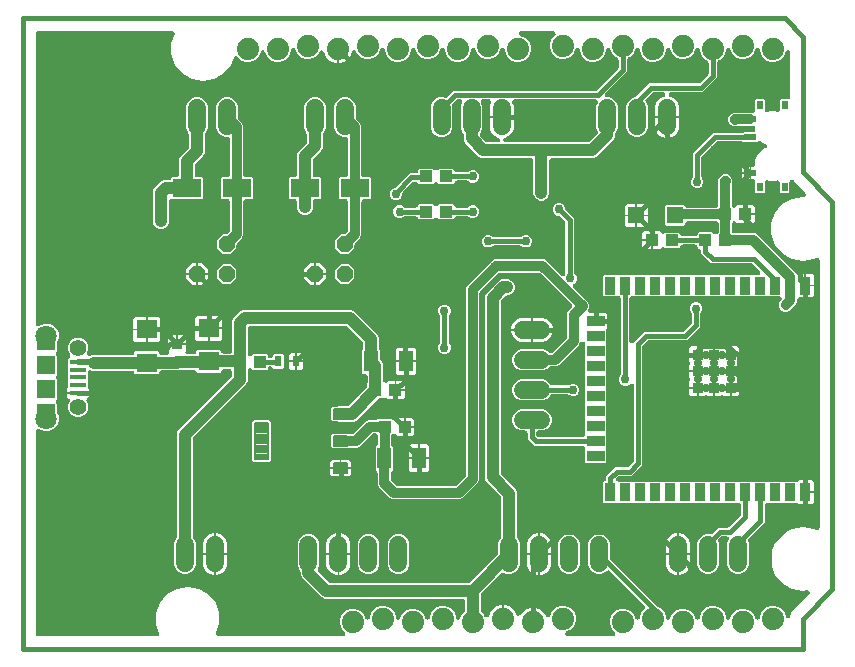
<source format=gbr>
G04 EAGLE Gerber RS-274X export*
G75*
%MOMM*%
%FSLAX34Y34*%
%LPD*%
%INTop Copper*%
%IPPOS*%
%AMOC8*
5,1,8,0,0,1.08239X$1,22.5*%
G01*
G04 Define Apertures*
%ADD10C,1.879600*%
%ADD11R,1.800000X1.600000*%
%ADD12R,0.970200X0.920900*%
%ADD13R,1.100000X1.000000*%
%ADD14R,1.164600X1.815300*%
%ADD15R,0.611800X0.911800*%
%ADD16R,1.397000X1.397000*%
%ADD17R,2.392000X1.565300*%
%ADD18R,1.350000X0.450000*%
%ADD19R,1.550000X1.500000*%
%ADD20C,1.408000*%
%ADD21C,1.800000*%
%ADD22C,1.524000*%
%ADD23P,1.42962X8X22.5*%
%ADD24R,1.000000X1.100000*%
%ADD25R,1.000000X0.500000*%
%ADD26R,0.500000X0.800000*%
%ADD27R,0.900000X1.500000*%
%ADD28R,1.500000X0.900000*%
%ADD29R,0.900000X0.900000*%
%ADD30C,0.708000*%
%ADD31C,0.139500*%
%ADD32C,0.196500*%
%ADD33C,0.406400*%
%ADD34C,0.756400*%
%ADD35C,1.016000*%
%ADD36C,0.508000*%
%ADD37C,0.812800*%
G36*
X114343Y11083D02*
X115010Y11540D01*
X115446Y12222D01*
X115582Y13019D01*
X115460Y13649D01*
X112903Y20675D01*
X112903Y30125D01*
X116135Y39005D01*
X122210Y46244D01*
X130393Y50969D01*
X139700Y52610D01*
X149007Y50969D01*
X157190Y46244D01*
X163265Y39005D01*
X166497Y30125D01*
X166497Y20675D01*
X163940Y13649D01*
X163820Y12849D01*
X164022Y12066D01*
X164513Y11423D01*
X165215Y11023D01*
X165849Y10922D01*
X270986Y10922D01*
X271779Y11083D01*
X272446Y11540D01*
X272882Y12222D01*
X273017Y13019D01*
X272831Y13806D01*
X272423Y14391D01*
X270141Y16673D01*
X268478Y20687D01*
X268478Y25033D01*
X270141Y29047D01*
X273213Y32119D01*
X277227Y33782D01*
X281573Y33782D01*
X285587Y32119D01*
X288659Y29047D01*
X289969Y25886D01*
X290421Y25215D01*
X291098Y24774D01*
X291895Y24632D01*
X292683Y24812D01*
X293339Y25285D01*
X293758Y25976D01*
X293878Y26663D01*
X293878Y27573D01*
X295541Y31587D01*
X298613Y34659D01*
X302627Y36322D01*
X306973Y36322D01*
X310987Y34659D01*
X314059Y31587D01*
X315722Y27573D01*
X315722Y26663D01*
X315883Y25871D01*
X316340Y25204D01*
X317022Y24768D01*
X317819Y24632D01*
X318606Y24818D01*
X319258Y25297D01*
X319631Y25886D01*
X320941Y29047D01*
X324013Y32119D01*
X328027Y33782D01*
X332373Y33782D01*
X336387Y32119D01*
X339459Y29047D01*
X340769Y25886D01*
X341221Y25215D01*
X341898Y24774D01*
X342695Y24632D01*
X343483Y24812D01*
X344139Y25285D01*
X344558Y25976D01*
X344678Y26663D01*
X344678Y27573D01*
X346341Y31587D01*
X349413Y34659D01*
X353427Y36322D01*
X357773Y36322D01*
X361787Y34659D01*
X364859Y31587D01*
X366522Y27573D01*
X366522Y26663D01*
X366683Y25871D01*
X367140Y25204D01*
X367822Y24768D01*
X368619Y24632D01*
X369406Y24818D01*
X370058Y25297D01*
X370431Y25886D01*
X371741Y29047D01*
X373801Y31107D01*
X374247Y31781D01*
X374396Y32544D01*
X374396Y40464D01*
X374235Y41257D01*
X373778Y41924D01*
X373097Y42359D01*
X372364Y42496D01*
X255586Y42496D01*
X253159Y43501D01*
X236301Y60359D01*
X235296Y62786D01*
X235296Y65211D01*
X235135Y66003D01*
X234701Y66648D01*
X234148Y67200D01*
X232756Y70561D01*
X232756Y89439D01*
X234148Y92800D01*
X236720Y95372D01*
X240081Y96764D01*
X243719Y96764D01*
X247080Y95372D01*
X249652Y92800D01*
X251044Y89439D01*
X251044Y70561D01*
X249728Y67385D01*
X249574Y66591D01*
X249741Y65800D01*
X250169Y65171D01*
X259040Y56299D01*
X259715Y55853D01*
X260477Y55704D01*
X377423Y55704D01*
X378215Y55865D01*
X378860Y56299D01*
X402161Y79600D01*
X402607Y80275D01*
X402756Y81037D01*
X402756Y89439D01*
X404148Y92800D01*
X404701Y93352D01*
X405147Y94027D01*
X405296Y94789D01*
X405296Y127523D01*
X405135Y128315D01*
X404701Y128960D01*
X392401Y141259D01*
X391396Y143686D01*
X391396Y298314D01*
X392401Y300741D01*
X403259Y311599D01*
X405686Y312604D01*
X411314Y312604D01*
X413741Y311599D01*
X415599Y309741D01*
X416604Y307314D01*
X416604Y304686D01*
X415599Y302259D01*
X413741Y300401D01*
X411314Y299396D01*
X410577Y299396D01*
X409785Y299235D01*
X409140Y298801D01*
X405199Y294860D01*
X404753Y294185D01*
X404604Y293423D01*
X404604Y148577D01*
X404765Y147785D01*
X405199Y147140D01*
X417499Y134841D01*
X418504Y132414D01*
X418504Y94789D01*
X418665Y93997D01*
X419099Y93352D01*
X419652Y92800D01*
X421044Y89439D01*
X421044Y70561D01*
X419652Y67200D01*
X417080Y64628D01*
X413719Y63236D01*
X410081Y63236D01*
X407372Y64358D01*
X406578Y64513D01*
X405787Y64346D01*
X405157Y63918D01*
X388199Y46960D01*
X387753Y46285D01*
X387604Y45523D01*
X387604Y32544D01*
X387765Y31751D01*
X388199Y31107D01*
X390259Y29047D01*
X390747Y27870D01*
X391199Y27199D01*
X391877Y26758D01*
X392673Y26616D01*
X393461Y26796D01*
X394117Y27269D01*
X394501Y27870D01*
X396279Y32162D01*
X399638Y35521D01*
X404025Y37338D01*
X405638Y37338D01*
X405638Y24638D01*
X407162Y24638D01*
X407162Y37338D01*
X408775Y37338D01*
X413162Y35521D01*
X416521Y32162D01*
X417749Y29197D01*
X418201Y28527D01*
X418878Y28085D01*
X419675Y27943D01*
X420463Y28123D01*
X421119Y28596D01*
X421503Y29197D01*
X421680Y29622D01*
X425038Y32981D01*
X429425Y34798D01*
X431038Y34798D01*
X431038Y22098D01*
X432562Y22098D01*
X432562Y34798D01*
X434175Y34798D01*
X438562Y32981D01*
X441921Y29622D01*
X442647Y27870D01*
X443098Y27199D01*
X443776Y26758D01*
X444572Y26616D01*
X445361Y26796D01*
X446017Y27269D01*
X446401Y27870D01*
X447941Y31587D01*
X451013Y34659D01*
X455027Y36322D01*
X459373Y36322D01*
X463387Y34659D01*
X466459Y31587D01*
X468122Y27573D01*
X468122Y23227D01*
X466459Y19213D01*
X463387Y16141D01*
X460226Y14831D01*
X459555Y14379D01*
X459114Y13702D01*
X458972Y12905D01*
X459152Y12117D01*
X459625Y11461D01*
X460316Y11042D01*
X461003Y10922D01*
X499586Y10922D01*
X500379Y11083D01*
X501046Y11540D01*
X501482Y12222D01*
X501617Y13019D01*
X501431Y13806D01*
X501023Y14391D01*
X498741Y16673D01*
X497078Y20687D01*
X497078Y25033D01*
X498741Y29047D01*
X501813Y32119D01*
X505827Y33782D01*
X510173Y33782D01*
X514187Y32119D01*
X517259Y29047D01*
X518569Y25886D01*
X519021Y25215D01*
X519698Y24774D01*
X520495Y24632D01*
X521283Y24812D01*
X521939Y25285D01*
X522358Y25976D01*
X522478Y26663D01*
X522478Y27573D01*
X524141Y31587D01*
X526376Y33822D01*
X526822Y34496D01*
X526971Y35291D01*
X526797Y36081D01*
X526376Y36695D01*
X497298Y65773D01*
X496624Y66220D01*
X495829Y66368D01*
X495039Y66194D01*
X494424Y65773D01*
X493280Y64628D01*
X489919Y63236D01*
X486281Y63236D01*
X482920Y64628D01*
X480348Y67200D01*
X478956Y70561D01*
X478956Y89439D01*
X480348Y92800D01*
X482920Y95372D01*
X486281Y96764D01*
X489919Y96764D01*
X493280Y95372D01*
X495852Y92800D01*
X497244Y89439D01*
X497244Y76727D01*
X497405Y75934D01*
X497839Y75290D01*
X537394Y35735D01*
X538053Y35294D01*
X539587Y34659D01*
X542659Y31587D01*
X544322Y27573D01*
X544322Y26663D01*
X544483Y25871D01*
X544940Y25204D01*
X545622Y24768D01*
X546419Y24632D01*
X547206Y24818D01*
X547858Y25297D01*
X548231Y25886D01*
X549541Y29047D01*
X552613Y32119D01*
X556627Y33782D01*
X560973Y33782D01*
X564987Y32119D01*
X568059Y29047D01*
X569369Y25886D01*
X569821Y25215D01*
X570498Y24774D01*
X571295Y24632D01*
X572083Y24812D01*
X572739Y25285D01*
X573158Y25976D01*
X573278Y26663D01*
X573278Y27573D01*
X574941Y31587D01*
X578013Y34659D01*
X582027Y36322D01*
X586373Y36322D01*
X590387Y34659D01*
X593459Y31587D01*
X595122Y27573D01*
X595122Y26663D01*
X595283Y25871D01*
X595740Y25204D01*
X596422Y24768D01*
X597219Y24632D01*
X598006Y24818D01*
X598658Y25297D01*
X599031Y25886D01*
X600341Y29047D01*
X603413Y32119D01*
X607427Y33782D01*
X611773Y33782D01*
X615787Y32119D01*
X618859Y29047D01*
X620169Y25886D01*
X620621Y25215D01*
X621298Y24774D01*
X622095Y24632D01*
X622883Y24812D01*
X623539Y25285D01*
X623958Y25976D01*
X624078Y26663D01*
X624078Y27573D01*
X625741Y31587D01*
X628813Y34659D01*
X632827Y36322D01*
X637173Y36322D01*
X641187Y34659D01*
X644259Y31587D01*
X645973Y27450D01*
X646425Y26780D01*
X647102Y26338D01*
X647899Y26196D01*
X648687Y26376D01*
X649343Y26849D01*
X649727Y27450D01*
X650580Y29508D01*
X650589Y29530D01*
X651393Y31539D01*
X652922Y33068D01*
X652939Y33085D01*
X665673Y46127D01*
X666111Y46807D01*
X666250Y47603D01*
X666067Y48391D01*
X665591Y49045D01*
X664898Y49462D01*
X663866Y49548D01*
X660700Y48990D01*
X651393Y50631D01*
X643210Y55356D01*
X637135Y62595D01*
X633903Y71475D01*
X633903Y80925D01*
X637135Y89805D01*
X643210Y97044D01*
X651393Y101769D01*
X660700Y103410D01*
X670007Y101769D01*
X671530Y100890D01*
X672297Y100633D01*
X673103Y100695D01*
X673821Y101068D01*
X674337Y101690D01*
X674578Y102650D01*
X674578Y329150D01*
X674417Y329943D01*
X673960Y330610D01*
X673279Y331046D01*
X672481Y331181D01*
X671530Y330910D01*
X670007Y330031D01*
X660700Y328390D01*
X651393Y330031D01*
X643658Y334497D01*
X642891Y334754D01*
X642153Y334696D01*
X642240Y335265D01*
X642042Y336049D01*
X641767Y336474D01*
X637135Y341995D01*
X633903Y350875D01*
X633903Y360325D01*
X637135Y369205D01*
X643210Y376444D01*
X651393Y381169D01*
X660700Y382810D01*
X660870Y382780D01*
X661679Y382801D01*
X662415Y383136D01*
X662963Y383731D01*
X663235Y384493D01*
X663188Y385300D01*
X662677Y386201D01*
X652939Y396175D01*
X652922Y396192D01*
X652593Y396521D01*
X651919Y396968D01*
X651124Y397116D01*
X650334Y396942D01*
X649674Y396475D01*
X649249Y395786D01*
X649124Y395084D01*
X649124Y386469D01*
X648231Y385576D01*
X641969Y385576D01*
X641076Y386469D01*
X641076Y394644D01*
X640915Y395437D01*
X640458Y396104D01*
X639777Y396539D01*
X638979Y396675D01*
X638266Y396521D01*
X637466Y396190D01*
X631734Y396190D01*
X630934Y396521D01*
X630140Y396676D01*
X629349Y396509D01*
X628685Y396046D01*
X628255Y395361D01*
X628124Y394644D01*
X628124Y386469D01*
X627231Y385576D01*
X620969Y385576D01*
X620076Y386469D01*
X620076Y396028D01*
X619915Y396821D01*
X619458Y397488D01*
X618777Y397923D01*
X618044Y398060D01*
X616862Y398060D01*
X616862Y408140D01*
X618158Y408140D01*
X618951Y408301D01*
X619618Y408758D01*
X620053Y409440D01*
X620190Y410172D01*
X620190Y413466D01*
X622384Y418763D01*
X626437Y422816D01*
X628626Y423723D01*
X629296Y424175D01*
X629738Y424852D01*
X629880Y425649D01*
X629700Y426437D01*
X629227Y427093D01*
X628626Y427477D01*
X626437Y428384D01*
X625175Y429646D01*
X624501Y430093D01*
X623706Y430241D01*
X622916Y430067D01*
X622301Y429646D01*
X621731Y429076D01*
X610404Y429076D01*
X609922Y429395D01*
X609159Y429544D01*
X588037Y429544D01*
X587245Y429383D01*
X586600Y428949D01*
X575151Y417500D01*
X574705Y416826D01*
X574556Y416063D01*
X574556Y399790D01*
X574717Y398997D01*
X575151Y398353D01*
X575498Y398006D01*
X576306Y396055D01*
X576306Y393945D01*
X575498Y391994D01*
X574006Y390502D01*
X572055Y389694D01*
X569945Y389694D01*
X567994Y390502D01*
X566502Y391994D01*
X565694Y393945D01*
X565694Y396055D01*
X566502Y398006D01*
X566849Y398353D01*
X567295Y399027D01*
X567444Y399790D01*
X567444Y419850D01*
X584250Y436656D01*
X609159Y436656D01*
X609952Y436817D01*
X610407Y437124D01*
X618158Y437124D01*
X618951Y437285D01*
X619618Y437742D01*
X620053Y438424D01*
X620190Y439156D01*
X620190Y440705D01*
X620029Y441497D01*
X619572Y442164D01*
X618891Y442600D01*
X618093Y442736D01*
X617380Y442582D01*
X617212Y442512D01*
X604757Y442512D01*
X604254Y442412D01*
X601888Y442412D01*
X599835Y443263D01*
X598263Y444835D01*
X597412Y446888D01*
X597412Y449112D01*
X598263Y451165D01*
X599935Y452837D01*
X601988Y453688D01*
X617212Y453688D01*
X617266Y453665D01*
X618060Y453511D01*
X618851Y453678D01*
X619515Y454141D01*
X619945Y454825D01*
X620076Y455543D01*
X620076Y464731D01*
X620969Y465624D01*
X627231Y465624D01*
X628124Y464731D01*
X628124Y456556D01*
X628285Y455763D01*
X628742Y455096D01*
X629424Y454661D01*
X630221Y454525D01*
X630934Y454679D01*
X631734Y455010D01*
X637466Y455010D01*
X638266Y454679D01*
X639060Y454524D01*
X639851Y454691D01*
X640515Y455154D01*
X640945Y455839D01*
X641076Y456556D01*
X641076Y464731D01*
X641969Y465624D01*
X647746Y465624D01*
X648539Y465785D01*
X649206Y466242D01*
X649641Y466924D01*
X649778Y467656D01*
X649778Y504921D01*
X649617Y505714D01*
X649160Y506381D01*
X648479Y506817D01*
X647681Y506952D01*
X646894Y506766D01*
X646242Y506288D01*
X645869Y505699D01*
X644259Y501813D01*
X641187Y498741D01*
X637173Y497078D01*
X632827Y497078D01*
X628813Y498741D01*
X625741Y501813D01*
X624078Y505827D01*
X624078Y506737D01*
X623917Y507529D01*
X623460Y508196D01*
X622779Y508632D01*
X621981Y508768D01*
X621194Y508582D01*
X620542Y508103D01*
X620169Y507515D01*
X618859Y504353D01*
X615787Y501281D01*
X611773Y499618D01*
X607427Y499618D01*
X603413Y501281D01*
X600341Y504353D01*
X599031Y507515D01*
X598579Y508185D01*
X597902Y508626D01*
X597105Y508768D01*
X596317Y508588D01*
X595661Y508115D01*
X595242Y507424D01*
X595122Y506737D01*
X595122Y505827D01*
X593459Y501813D01*
X590387Y498741D01*
X589010Y498171D01*
X588340Y497719D01*
X587899Y497041D01*
X587756Y496293D01*
X587756Y483727D01*
X575473Y471444D01*
X548791Y471444D01*
X547998Y471283D01*
X547331Y470826D01*
X546895Y470145D01*
X546760Y469347D01*
X546946Y468560D01*
X547424Y467908D01*
X548013Y467535D01*
X551155Y466233D01*
X554013Y463375D01*
X555560Y459641D01*
X555560Y450762D01*
X535240Y450762D01*
X535240Y459641D01*
X536787Y463375D01*
X539645Y466233D01*
X542787Y467535D01*
X543457Y467987D01*
X543899Y468664D01*
X544041Y469461D01*
X543861Y470249D01*
X543388Y470905D01*
X542696Y471324D01*
X542009Y471444D01*
X534315Y471444D01*
X533522Y471283D01*
X532878Y470849D01*
X527727Y465698D01*
X527280Y465024D01*
X527132Y464229D01*
X527306Y463439D01*
X527727Y462824D01*
X527752Y462800D01*
X529144Y459439D01*
X529144Y440561D01*
X527752Y437200D01*
X525180Y434628D01*
X521819Y433236D01*
X518181Y433236D01*
X514820Y434628D01*
X512248Y437200D01*
X510856Y440561D01*
X510856Y459439D01*
X512248Y462800D01*
X514820Y465372D01*
X518458Y466879D01*
X518686Y466925D01*
X519330Y467359D01*
X530527Y478556D01*
X571685Y478556D01*
X572478Y478717D01*
X573122Y479151D01*
X580049Y486078D01*
X580495Y486752D01*
X580644Y487515D01*
X580644Y496293D01*
X580483Y497086D01*
X580026Y497753D01*
X579390Y498171D01*
X578013Y498741D01*
X574941Y501813D01*
X573278Y505827D01*
X573278Y506737D01*
X573117Y507529D01*
X572660Y508196D01*
X571979Y508632D01*
X571181Y508768D01*
X570394Y508582D01*
X569742Y508103D01*
X569369Y507515D01*
X568059Y504353D01*
X564987Y501281D01*
X560973Y499618D01*
X556627Y499618D01*
X552613Y501281D01*
X549541Y504353D01*
X548231Y507515D01*
X547779Y508185D01*
X547102Y508626D01*
X546305Y508768D01*
X545517Y508588D01*
X544861Y508115D01*
X544442Y507424D01*
X544322Y506737D01*
X544322Y505827D01*
X542659Y501813D01*
X539587Y498741D01*
X535573Y497078D01*
X531227Y497078D01*
X527213Y498741D01*
X524141Y501813D01*
X522478Y505827D01*
X522478Y506737D01*
X522317Y507529D01*
X521860Y508196D01*
X521179Y508632D01*
X520381Y508768D01*
X519594Y508582D01*
X518942Y508103D01*
X518569Y507515D01*
X517259Y504353D01*
X514187Y501281D01*
X512810Y500711D01*
X512140Y500259D01*
X511699Y499581D01*
X511556Y498833D01*
X511556Y488527D01*
X493262Y470233D01*
X492815Y469559D01*
X492667Y468764D01*
X492840Y467974D01*
X493308Y467314D01*
X493996Y466889D01*
X494699Y466764D01*
X496419Y466764D01*
X499780Y465372D01*
X502352Y462800D01*
X503744Y459439D01*
X503744Y440561D01*
X502352Y437200D01*
X501799Y436648D01*
X501353Y435973D01*
X501204Y435211D01*
X501204Y433286D01*
X500199Y430859D01*
X485741Y416401D01*
X483314Y415396D01*
X447636Y415396D01*
X446843Y415235D01*
X446176Y414778D01*
X445741Y414097D01*
X445604Y413364D01*
X445604Y384686D01*
X444599Y382259D01*
X442741Y380401D01*
X440314Y379396D01*
X437686Y379396D01*
X435259Y380401D01*
X433401Y382259D01*
X432396Y384686D01*
X432396Y413364D01*
X432235Y414157D01*
X431778Y414824D01*
X431097Y415259D01*
X430364Y415396D01*
X388686Y415396D01*
X386259Y416401D01*
X374401Y428259D01*
X373396Y430686D01*
X373396Y435211D01*
X373235Y436003D01*
X372801Y436648D01*
X372248Y437200D01*
X370856Y440561D01*
X370856Y459439D01*
X372095Y462430D01*
X372250Y463224D01*
X372083Y464015D01*
X371620Y464679D01*
X370935Y465109D01*
X370218Y465240D01*
X368111Y465240D01*
X367318Y465079D01*
X366674Y464645D01*
X364037Y462008D01*
X363591Y461334D01*
X363442Y460539D01*
X363597Y459794D01*
X363744Y459439D01*
X363744Y440561D01*
X362352Y437200D01*
X359780Y434628D01*
X356419Y433236D01*
X352781Y433236D01*
X349420Y434628D01*
X346848Y437200D01*
X345456Y440561D01*
X345456Y459439D01*
X346848Y462800D01*
X349420Y465372D01*
X352781Y466764D01*
X356419Y466764D01*
X356802Y466605D01*
X357596Y466451D01*
X358387Y466618D01*
X359017Y467046D01*
X364323Y472352D01*
X484481Y472352D01*
X485274Y472513D01*
X485918Y472947D01*
X503849Y490878D01*
X504295Y491552D01*
X504444Y492315D01*
X504444Y498833D01*
X504283Y499626D01*
X503826Y500293D01*
X503190Y500711D01*
X501813Y501281D01*
X498741Y504353D01*
X497431Y507515D01*
X496979Y508185D01*
X496302Y508626D01*
X495505Y508768D01*
X494717Y508588D01*
X494061Y508115D01*
X493642Y507424D01*
X493522Y506737D01*
X493522Y505827D01*
X491859Y501813D01*
X488787Y498741D01*
X484773Y497078D01*
X480427Y497078D01*
X476413Y498741D01*
X473341Y501813D01*
X471678Y505827D01*
X471678Y506737D01*
X471517Y507529D01*
X471060Y508196D01*
X470379Y508632D01*
X469581Y508768D01*
X468794Y508582D01*
X468142Y508103D01*
X467769Y507515D01*
X466459Y504353D01*
X463387Y501281D01*
X459373Y499618D01*
X455027Y499618D01*
X451013Y501281D01*
X447941Y504353D01*
X446278Y508367D01*
X446278Y512713D01*
X447941Y516727D01*
X450608Y519394D01*
X451054Y520068D01*
X451203Y520863D01*
X451029Y521653D01*
X450561Y522313D01*
X449873Y522738D01*
X449171Y522863D01*
X421974Y522863D01*
X421182Y522702D01*
X420515Y522244D01*
X420079Y521563D01*
X419943Y520766D01*
X420130Y519979D01*
X420608Y519327D01*
X421197Y518953D01*
X425287Y517259D01*
X428359Y514187D01*
X430022Y510173D01*
X430022Y505827D01*
X428359Y501813D01*
X425287Y498741D01*
X421273Y497078D01*
X416927Y497078D01*
X412913Y498741D01*
X409841Y501813D01*
X408178Y505827D01*
X408178Y506737D01*
X408017Y507529D01*
X407560Y508196D01*
X406879Y508632D01*
X406081Y508768D01*
X405294Y508582D01*
X404642Y508103D01*
X404269Y507515D01*
X402959Y504353D01*
X399887Y501281D01*
X395873Y499618D01*
X391527Y499618D01*
X387513Y501281D01*
X384441Y504353D01*
X383131Y507515D01*
X382679Y508185D01*
X382002Y508626D01*
X381205Y508768D01*
X380417Y508588D01*
X379761Y508115D01*
X379342Y507424D01*
X379222Y506737D01*
X379222Y505827D01*
X377559Y501813D01*
X374487Y498741D01*
X370473Y497078D01*
X366127Y497078D01*
X362113Y498741D01*
X359041Y501813D01*
X357378Y505827D01*
X357378Y506737D01*
X357217Y507529D01*
X356760Y508196D01*
X356079Y508632D01*
X355281Y508768D01*
X354494Y508582D01*
X353842Y508103D01*
X353469Y507515D01*
X352159Y504353D01*
X349087Y501281D01*
X345073Y499618D01*
X340727Y499618D01*
X336713Y501281D01*
X333641Y504353D01*
X332331Y507515D01*
X331879Y508185D01*
X331202Y508626D01*
X330405Y508768D01*
X329617Y508588D01*
X328961Y508115D01*
X328542Y507424D01*
X328422Y506737D01*
X328422Y505827D01*
X326759Y501813D01*
X323687Y498741D01*
X319673Y497078D01*
X315327Y497078D01*
X311313Y498741D01*
X308241Y501813D01*
X306578Y505827D01*
X306578Y506737D01*
X306417Y507529D01*
X305960Y508196D01*
X305279Y508632D01*
X304481Y508768D01*
X303694Y508582D01*
X303042Y508103D01*
X302669Y507515D01*
X301359Y504353D01*
X298287Y501281D01*
X294273Y499618D01*
X289927Y499618D01*
X285913Y501281D01*
X282841Y504353D01*
X282353Y505530D01*
X281901Y506201D01*
X281224Y506642D01*
X280427Y506784D01*
X279639Y506604D01*
X278983Y506131D01*
X278599Y505530D01*
X276821Y501238D01*
X273462Y497879D01*
X269075Y496062D01*
X267462Y496062D01*
X267462Y508762D01*
X265938Y508762D01*
X265938Y496062D01*
X264325Y496062D01*
X259938Y497879D01*
X256579Y501238D01*
X254801Y505530D01*
X254349Y506201D01*
X253672Y506642D01*
X252876Y506784D01*
X252087Y506604D01*
X251431Y506131D01*
X251047Y505530D01*
X250559Y504353D01*
X247487Y501281D01*
X243473Y499618D01*
X239127Y499618D01*
X235113Y501281D01*
X232041Y504353D01*
X230731Y507515D01*
X230279Y508185D01*
X229602Y508626D01*
X228805Y508768D01*
X228017Y508588D01*
X227361Y508115D01*
X226942Y507424D01*
X226822Y506737D01*
X226822Y505827D01*
X225159Y501813D01*
X222087Y498741D01*
X218073Y497078D01*
X213727Y497078D01*
X209713Y498741D01*
X206641Y501813D01*
X205077Y505588D01*
X204625Y506258D01*
X203948Y506700D01*
X203151Y506841D01*
X202363Y506662D01*
X201707Y506189D01*
X201323Y505588D01*
X199759Y501813D01*
X196687Y498741D01*
X192673Y497078D01*
X188327Y497078D01*
X184313Y498741D01*
X181828Y501226D01*
X181153Y501673D01*
X180358Y501821D01*
X179569Y501648D01*
X178909Y501180D01*
X178481Y500484D01*
X176265Y494395D01*
X170190Y487156D01*
X162007Y482431D01*
X152700Y480790D01*
X143393Y482431D01*
X135210Y487156D01*
X129135Y494395D01*
X125903Y503275D01*
X125903Y512725D01*
X128600Y520136D01*
X128720Y520936D01*
X128518Y521719D01*
X128027Y522361D01*
X127325Y522761D01*
X126691Y522863D01*
X12954Y522863D01*
X12161Y522702D01*
X11494Y522244D01*
X11059Y521563D01*
X10922Y520831D01*
X10922Y275500D01*
X11083Y274708D01*
X11540Y274041D01*
X12222Y273605D01*
X13019Y273469D01*
X13732Y273623D01*
X17829Y275320D01*
X22015Y275320D01*
X25883Y273718D01*
X28844Y270757D01*
X30446Y266889D01*
X30446Y262703D01*
X29351Y260058D01*
X29196Y259281D01*
X29196Y252165D01*
X28514Y251483D01*
X28067Y250809D01*
X27919Y250014D01*
X28093Y249224D01*
X28514Y248609D01*
X29196Y247927D01*
X29196Y231665D01*
X28764Y231233D01*
X28317Y230559D01*
X28169Y229764D01*
X28343Y228974D01*
X28764Y228359D01*
X29196Y227927D01*
X29196Y211665D01*
X28514Y210983D01*
X28067Y210309D01*
X27919Y209514D01*
X28093Y208724D01*
X28514Y208109D01*
X29196Y207427D01*
X29196Y200311D01*
X29351Y199534D01*
X30446Y196889D01*
X30446Y192703D01*
X28844Y188835D01*
X25883Y185874D01*
X22015Y184272D01*
X17829Y184272D01*
X13732Y185969D01*
X12938Y186124D01*
X12147Y185956D01*
X11483Y185494D01*
X11053Y184809D01*
X10922Y184092D01*
X10922Y12954D01*
X11083Y12161D01*
X11540Y11494D01*
X12222Y11059D01*
X12954Y10922D01*
X113551Y10922D01*
X114343Y11083D01*
G37*
%LPC*%
G36*
X115686Y355396D02*
X113259Y356401D01*
X111401Y358259D01*
X110396Y360686D01*
X110396Y387314D01*
X111401Y389741D01*
X117259Y395599D01*
X119686Y396604D01*
X123405Y396604D01*
X124198Y396765D01*
X124865Y397222D01*
X125300Y397904D01*
X125396Y398417D01*
X126330Y399351D01*
X130285Y399351D01*
X131078Y399511D01*
X131745Y399969D01*
X132180Y400650D01*
X132317Y401383D01*
X132317Y414235D01*
X133322Y416662D01*
X140101Y423440D01*
X140547Y424115D01*
X140696Y424877D01*
X140696Y435211D01*
X140535Y436003D01*
X140101Y436648D01*
X139548Y437200D01*
X138156Y440561D01*
X138156Y459439D01*
X139548Y462800D01*
X142120Y465372D01*
X145481Y466764D01*
X149119Y466764D01*
X152480Y465372D01*
X155052Y462800D01*
X156444Y459439D01*
X156444Y440561D01*
X155052Y437200D01*
X154499Y436648D01*
X154053Y435973D01*
X153904Y435211D01*
X153904Y419986D01*
X152899Y417559D01*
X146120Y410781D01*
X145674Y410106D01*
X145525Y409344D01*
X145525Y401383D01*
X145686Y400590D01*
X146143Y399923D01*
X146825Y399487D01*
X147557Y399351D01*
X151512Y399351D01*
X152405Y398458D01*
X152405Y381542D01*
X151512Y380650D01*
X125636Y380650D01*
X124843Y380489D01*
X124176Y380031D01*
X123741Y379350D01*
X123604Y378618D01*
X123604Y360686D01*
X122599Y358259D01*
X120741Y356401D01*
X118314Y355396D01*
X115686Y355396D01*
G37*
G36*
X269333Y334572D02*
X264572Y339333D01*
X264572Y346067D01*
X269333Y350828D01*
X272084Y350828D01*
X272876Y350989D01*
X273521Y351423D01*
X274896Y352798D01*
X275342Y353473D01*
X275491Y354235D01*
X275491Y378618D01*
X275330Y379410D01*
X274873Y380077D01*
X274192Y380513D01*
X273459Y380650D01*
X268488Y380650D01*
X267595Y381542D01*
X267595Y398458D01*
X268488Y399351D01*
X273459Y399351D01*
X274252Y399511D01*
X274919Y399969D01*
X275354Y400650D01*
X275491Y401383D01*
X275491Y431204D01*
X275330Y431997D01*
X274873Y432664D01*
X274192Y433099D01*
X273459Y433236D01*
X270881Y433236D01*
X267520Y434628D01*
X264948Y437200D01*
X263556Y440561D01*
X263556Y459439D01*
X264948Y462800D01*
X267520Y465372D01*
X270881Y466764D01*
X274519Y466764D01*
X277880Y465372D01*
X280452Y462800D01*
X281844Y459439D01*
X281844Y449600D01*
X282005Y448808D01*
X282439Y448163D01*
X285816Y444786D01*
X286667Y442733D01*
X286667Y401383D01*
X286828Y400590D01*
X287285Y399923D01*
X287967Y399487D01*
X288699Y399351D01*
X293670Y399351D01*
X294563Y398458D01*
X294563Y381542D01*
X293670Y380650D01*
X288699Y380650D01*
X287906Y380489D01*
X287239Y380031D01*
X286804Y379350D01*
X286667Y378618D01*
X286667Y349967D01*
X285816Y347914D01*
X281423Y343521D01*
X280977Y342846D01*
X280828Y342084D01*
X280828Y339333D01*
X276067Y334572D01*
X269333Y334572D01*
G37*
G36*
X237686Y367396D02*
X235259Y368401D01*
X233322Y370338D01*
X232317Y372765D01*
X232317Y378618D01*
X232156Y379410D01*
X231699Y380077D01*
X231018Y380513D01*
X230285Y380650D01*
X226330Y380650D01*
X225437Y381542D01*
X225437Y398458D01*
X226330Y399351D01*
X230285Y399351D01*
X231078Y399511D01*
X231745Y399969D01*
X232180Y400650D01*
X232317Y401383D01*
X232317Y418235D01*
X233322Y420662D01*
X240101Y427440D01*
X240547Y428115D01*
X240696Y428877D01*
X240696Y435211D01*
X240535Y436003D01*
X240101Y436648D01*
X239548Y437200D01*
X238156Y440561D01*
X238156Y459439D01*
X239548Y462800D01*
X242120Y465372D01*
X245481Y466764D01*
X249119Y466764D01*
X252480Y465372D01*
X255052Y462800D01*
X256444Y459439D01*
X256444Y440561D01*
X255052Y437200D01*
X254499Y436648D01*
X254053Y435973D01*
X253904Y435211D01*
X253904Y423986D01*
X252899Y421559D01*
X246120Y414781D01*
X245674Y414106D01*
X245525Y413344D01*
X245525Y401383D01*
X245686Y400590D01*
X246143Y399923D01*
X246825Y399487D01*
X247557Y399351D01*
X251512Y399351D01*
X252405Y398458D01*
X252405Y381542D01*
X251512Y380650D01*
X247557Y380650D01*
X246764Y380489D01*
X246097Y380031D01*
X245662Y379350D01*
X245525Y378618D01*
X245525Y375909D01*
X245604Y375511D01*
X245604Y372686D01*
X244599Y370259D01*
X242741Y368401D01*
X240314Y367396D01*
X237686Y367396D01*
G37*
G36*
X169333Y334572D02*
X164572Y339333D01*
X164572Y346067D01*
X169333Y350828D01*
X172084Y350828D01*
X172876Y350989D01*
X173521Y351423D01*
X174896Y352798D01*
X175342Y353473D01*
X175491Y354235D01*
X175491Y378618D01*
X175330Y379410D01*
X174873Y380077D01*
X174192Y380513D01*
X173459Y380650D01*
X168488Y380650D01*
X167595Y381542D01*
X167595Y398458D01*
X168488Y399351D01*
X173459Y399351D01*
X174252Y399511D01*
X174919Y399969D01*
X175354Y400650D01*
X175491Y401383D01*
X175491Y431204D01*
X175330Y431997D01*
X174873Y432664D01*
X174192Y433099D01*
X173459Y433236D01*
X170881Y433236D01*
X167520Y434628D01*
X164948Y437200D01*
X163556Y440561D01*
X163556Y459439D01*
X164948Y462800D01*
X167520Y465372D01*
X170881Y466764D01*
X174519Y466764D01*
X177880Y465372D01*
X180452Y462800D01*
X181844Y459439D01*
X181844Y449600D01*
X182005Y448808D01*
X182439Y448163D01*
X185816Y444786D01*
X186667Y442733D01*
X186667Y401383D01*
X186828Y400590D01*
X187285Y399923D01*
X187967Y399487D01*
X188699Y399351D01*
X193670Y399351D01*
X194563Y398458D01*
X194563Y381542D01*
X193670Y380650D01*
X188699Y380650D01*
X187906Y380489D01*
X187239Y380031D01*
X186804Y379350D01*
X186667Y378618D01*
X186667Y349967D01*
X185816Y347914D01*
X181423Y343521D01*
X180977Y342846D01*
X180828Y342084D01*
X180828Y339333D01*
X176067Y334572D01*
X169333Y334572D01*
G37*
G36*
X543379Y432220D02*
X539645Y433767D01*
X536787Y436625D01*
X535240Y440359D01*
X535240Y449238D01*
X544638Y449238D01*
X544638Y432220D01*
X543379Y432220D01*
G37*
G36*
X546162Y432220D02*
X546162Y449238D01*
X555560Y449238D01*
X555560Y440359D01*
X554013Y436625D01*
X551155Y433767D01*
X547421Y432220D01*
X546162Y432220D01*
G37*
G36*
X608560Y403862D02*
X608560Y406652D01*
X610048Y408140D01*
X615338Y408140D01*
X615338Y403862D01*
X608560Y403862D01*
G37*
G36*
X314945Y379694D02*
X312994Y380502D01*
X311502Y381994D01*
X310694Y383945D01*
X310694Y386055D01*
X311502Y388006D01*
X312994Y389498D01*
X315139Y390386D01*
X315798Y390827D01*
X327527Y402556D01*
X332444Y402556D01*
X333237Y402717D01*
X333904Y403174D01*
X334339Y403856D01*
X334476Y404588D01*
X334476Y405631D01*
X335369Y406524D01*
X347631Y406524D01*
X348563Y405592D01*
X349237Y405145D01*
X350032Y404997D01*
X350822Y405171D01*
X351437Y405592D01*
X352369Y406524D01*
X364631Y406524D01*
X365524Y405631D01*
X365524Y405588D01*
X365685Y404795D01*
X366142Y404128D01*
X366824Y403693D01*
X367556Y403556D01*
X376211Y403556D01*
X377003Y403717D01*
X377647Y404151D01*
X377994Y404498D01*
X379945Y405306D01*
X382055Y405306D01*
X384006Y404498D01*
X385498Y403006D01*
X386306Y401055D01*
X386306Y398945D01*
X385498Y396994D01*
X384006Y395502D01*
X382055Y394694D01*
X379945Y394694D01*
X377994Y395502D01*
X377647Y395849D01*
X376973Y396295D01*
X376211Y396444D01*
X367556Y396444D01*
X366763Y396283D01*
X366096Y395826D01*
X365661Y395145D01*
X365524Y394412D01*
X365524Y394369D01*
X364631Y393476D01*
X352369Y393476D01*
X351437Y394408D01*
X350763Y394855D01*
X349968Y395003D01*
X349178Y394829D01*
X348563Y394408D01*
X347631Y393476D01*
X335369Y393476D01*
X333996Y394849D01*
X333322Y395295D01*
X332559Y395444D01*
X331315Y395444D01*
X330522Y395283D01*
X329878Y394849D01*
X321901Y386872D01*
X321455Y386198D01*
X321306Y385435D01*
X321306Y383945D01*
X320498Y381994D01*
X319006Y380502D01*
X317055Y379694D01*
X314945Y379694D01*
G37*
G36*
X610048Y398060D02*
X608560Y399548D01*
X608560Y402338D01*
X615338Y402338D01*
X615338Y398060D01*
X610048Y398060D01*
G37*
G36*
X578181Y63236D02*
X574820Y64628D01*
X572248Y67200D01*
X570856Y70561D01*
X570856Y89439D01*
X572248Y92800D01*
X574820Y95372D01*
X578181Y96764D01*
X581893Y96764D01*
X582686Y96925D01*
X583330Y97359D01*
X588527Y102556D01*
X596685Y102556D01*
X597478Y102717D01*
X598122Y103151D01*
X607649Y112678D01*
X608095Y113352D01*
X608244Y114115D01*
X608244Y121444D01*
X608083Y122237D01*
X607626Y122904D01*
X606945Y123339D01*
X606693Y123386D01*
X606213Y123705D01*
X605418Y123853D01*
X604628Y123679D01*
X604331Y123476D01*
X593858Y123476D01*
X593513Y123705D01*
X592718Y123853D01*
X591928Y123679D01*
X591631Y123476D01*
X581158Y123476D01*
X580813Y123705D01*
X580018Y123853D01*
X579228Y123679D01*
X578931Y123476D01*
X568458Y123476D01*
X568113Y123705D01*
X567318Y123853D01*
X566528Y123679D01*
X566231Y123476D01*
X555758Y123476D01*
X555413Y123705D01*
X554618Y123853D01*
X553828Y123679D01*
X553531Y123476D01*
X543058Y123476D01*
X542713Y123705D01*
X541918Y123853D01*
X541128Y123679D01*
X540831Y123476D01*
X530358Y123476D01*
X530013Y123705D01*
X529218Y123853D01*
X528428Y123679D01*
X528131Y123476D01*
X517658Y123476D01*
X517313Y123705D01*
X516518Y123853D01*
X515728Y123679D01*
X515431Y123476D01*
X504958Y123476D01*
X504613Y123705D01*
X503818Y123853D01*
X503028Y123679D01*
X502731Y123476D01*
X492369Y123476D01*
X491476Y124369D01*
X491476Y140631D01*
X492485Y141640D01*
X492705Y141685D01*
X493372Y142142D01*
X493807Y142824D01*
X493944Y143556D01*
X493944Y145973D01*
X501527Y153556D01*
X511685Y153556D01*
X512478Y153717D01*
X513122Y154151D01*
X516849Y157878D01*
X517295Y158552D01*
X517444Y159315D01*
X517444Y223035D01*
X517283Y223827D01*
X516826Y224494D01*
X516145Y224930D01*
X515347Y225065D01*
X514560Y224879D01*
X513975Y224471D01*
X513006Y223502D01*
X511055Y222694D01*
X508945Y222694D01*
X506994Y223502D01*
X505502Y224994D01*
X504694Y226945D01*
X504694Y229055D01*
X505502Y231006D01*
X505849Y231353D01*
X506295Y232027D01*
X506444Y232790D01*
X506444Y296444D01*
X506283Y297237D01*
X505826Y297904D01*
X505313Y298231D01*
X505287Y298258D01*
X504613Y298705D01*
X503818Y298853D01*
X503028Y298679D01*
X502731Y298476D01*
X492369Y298476D01*
X491476Y299369D01*
X491476Y315631D01*
X492369Y316524D01*
X502742Y316524D01*
X503087Y316295D01*
X503882Y316147D01*
X504672Y316321D01*
X504969Y316524D01*
X515442Y316524D01*
X515787Y316295D01*
X516582Y316147D01*
X517372Y316321D01*
X517669Y316524D01*
X528142Y316524D01*
X528487Y316295D01*
X529282Y316147D01*
X530072Y316321D01*
X530369Y316524D01*
X540842Y316524D01*
X541187Y316295D01*
X541982Y316147D01*
X542772Y316321D01*
X543069Y316524D01*
X553542Y316524D01*
X553887Y316295D01*
X554682Y316147D01*
X555472Y316321D01*
X555769Y316524D01*
X566242Y316524D01*
X566587Y316295D01*
X567382Y316147D01*
X568172Y316321D01*
X568469Y316524D01*
X578942Y316524D01*
X579287Y316295D01*
X580082Y316147D01*
X580872Y316321D01*
X581169Y316524D01*
X591642Y316524D01*
X591987Y316295D01*
X592782Y316147D01*
X593572Y316321D01*
X593869Y316524D01*
X604342Y316524D01*
X604687Y316295D01*
X605482Y316147D01*
X606272Y316321D01*
X606569Y316524D01*
X617042Y316524D01*
X617387Y316295D01*
X618182Y316147D01*
X618972Y316321D01*
X619269Y316524D01*
X622570Y316524D01*
X623363Y316685D01*
X624030Y317142D01*
X624466Y317824D01*
X624601Y318621D01*
X624415Y319408D01*
X624007Y319993D01*
X618151Y325849D01*
X617477Y326295D01*
X616714Y326444D01*
X582527Y326444D01*
X574344Y334627D01*
X574344Y336744D01*
X574183Y337537D01*
X573726Y338204D01*
X573045Y338639D01*
X572312Y338776D01*
X572269Y338776D01*
X571376Y339669D01*
X571376Y340212D01*
X571215Y341005D01*
X570758Y341672D01*
X570077Y342107D01*
X569344Y342244D01*
X558756Y342244D01*
X557963Y342083D01*
X557296Y341626D01*
X556861Y340945D01*
X556724Y340212D01*
X556724Y340169D01*
X555831Y339276D01*
X543569Y339276D01*
X543355Y339489D01*
X542681Y339936D01*
X541886Y340084D01*
X541096Y339911D01*
X540482Y339490D01*
X539252Y338260D01*
X533462Y338260D01*
X533462Y353340D01*
X539252Y353340D01*
X540482Y352111D01*
X541156Y351664D01*
X541951Y351516D01*
X542741Y351689D01*
X543355Y352111D01*
X543569Y352324D01*
X555831Y352324D01*
X556724Y351431D01*
X556724Y351388D01*
X556885Y350595D01*
X557342Y349928D01*
X558024Y349493D01*
X558756Y349356D01*
X569344Y349356D01*
X570137Y349517D01*
X570804Y349974D01*
X571239Y350656D01*
X571376Y351388D01*
X571376Y351931D01*
X572269Y352824D01*
X583531Y352824D01*
X584963Y351392D01*
X585637Y350945D01*
X586432Y350797D01*
X587222Y350971D01*
X587837Y351392D01*
X588717Y352272D01*
X589163Y352946D01*
X589312Y353709D01*
X589312Y359591D01*
X589151Y360384D01*
X588717Y361028D01*
X588128Y361617D01*
X587454Y362063D01*
X586691Y362212D01*
X563051Y362212D01*
X562258Y362051D01*
X561591Y361594D01*
X561156Y360913D01*
X561019Y360180D01*
X561019Y359184D01*
X560126Y358291D01*
X544894Y358291D01*
X544001Y359184D01*
X544001Y374416D01*
X544894Y375309D01*
X560126Y375309D01*
X561452Y373983D01*
X562126Y373537D01*
X562889Y373388D01*
X586691Y373388D01*
X587484Y373549D01*
X588128Y373983D01*
X588417Y374272D01*
X588863Y374946D01*
X589012Y375709D01*
X589012Y396712D01*
X589863Y398765D01*
X591835Y400737D01*
X593888Y401588D01*
X596112Y401588D01*
X598165Y400737D01*
X599737Y399165D01*
X600588Y397112D01*
X600588Y394888D01*
X600343Y394296D01*
X600188Y393519D01*
X600188Y375709D01*
X600349Y374916D01*
X600783Y374272D01*
X600945Y374110D01*
X601619Y373664D01*
X602414Y373516D01*
X603204Y373689D01*
X603818Y374111D01*
X605048Y375340D01*
X610838Y375340D01*
X610838Y360260D01*
X605048Y360260D01*
X603957Y361351D01*
X603283Y361798D01*
X602488Y361946D01*
X601698Y361772D01*
X601038Y361305D01*
X600613Y360616D01*
X600488Y359914D01*
X600488Y353709D01*
X600649Y352916D01*
X601083Y352272D01*
X601172Y352183D01*
X601846Y351737D01*
X602609Y351588D01*
X619714Y351588D01*
X621768Y350737D01*
X638774Y333731D01*
X639448Y333285D01*
X640243Y333136D01*
X640714Y333240D01*
X640618Y332922D01*
X640707Y332118D01*
X641205Y331300D01*
X654570Y317936D01*
X655244Y317489D01*
X656039Y317341D01*
X656829Y317514D01*
X656867Y317540D01*
X661838Y317540D01*
X661838Y297460D01*
X657520Y297460D01*
X656727Y297299D01*
X656060Y296842D01*
X655625Y296161D01*
X655488Y295428D01*
X655488Y293788D01*
X654637Y291735D01*
X649165Y286263D01*
X647112Y285412D01*
X644888Y285412D01*
X642835Y286263D01*
X641263Y287835D01*
X640412Y289888D01*
X640412Y292112D01*
X641263Y294165D01*
X642105Y295007D01*
X642551Y295681D01*
X642699Y296476D01*
X642526Y297266D01*
X642058Y297926D01*
X641370Y298351D01*
X640668Y298476D01*
X631958Y298476D01*
X631613Y298705D01*
X630818Y298853D01*
X630028Y298679D01*
X629731Y298476D01*
X619258Y298476D01*
X618913Y298705D01*
X618118Y298853D01*
X617328Y298679D01*
X617031Y298476D01*
X606558Y298476D01*
X606213Y298705D01*
X605418Y298853D01*
X604628Y298679D01*
X604331Y298476D01*
X593858Y298476D01*
X593513Y298705D01*
X592718Y298853D01*
X591928Y298679D01*
X591631Y298476D01*
X581158Y298476D01*
X580813Y298705D01*
X580018Y298853D01*
X579228Y298679D01*
X578931Y298476D01*
X568458Y298476D01*
X568113Y298705D01*
X567318Y298853D01*
X566528Y298679D01*
X566231Y298476D01*
X555758Y298476D01*
X555413Y298705D01*
X554618Y298853D01*
X553828Y298679D01*
X553531Y298476D01*
X543058Y298476D01*
X542713Y298705D01*
X541918Y298853D01*
X541128Y298679D01*
X540831Y298476D01*
X530358Y298476D01*
X530013Y298705D01*
X529218Y298853D01*
X528428Y298679D01*
X528131Y298476D01*
X517658Y298476D01*
X517313Y298705D01*
X516518Y298853D01*
X515728Y298679D01*
X515365Y298431D01*
X514795Y298315D01*
X514128Y297858D01*
X513693Y297177D01*
X513556Y296444D01*
X513556Y260491D01*
X513717Y259698D01*
X514174Y259031D01*
X514856Y258595D01*
X515653Y258460D01*
X516440Y258646D01*
X517025Y259054D01*
X526527Y268556D01*
X558685Y268556D01*
X559478Y268717D01*
X560122Y269151D01*
X565849Y274878D01*
X566295Y275552D01*
X566444Y276315D01*
X566444Y283211D01*
X566283Y284003D01*
X565849Y284647D01*
X565502Y284994D01*
X564694Y286945D01*
X564694Y289055D01*
X565502Y291006D01*
X566994Y292498D01*
X568945Y293306D01*
X571055Y293306D01*
X573006Y292498D01*
X574498Y291006D01*
X575306Y289055D01*
X575306Y286945D01*
X574498Y284994D01*
X574151Y284647D01*
X573705Y283973D01*
X573556Y283211D01*
X573556Y272527D01*
X562473Y261444D01*
X530315Y261444D01*
X529522Y261283D01*
X528878Y260849D01*
X525151Y257122D01*
X524705Y256448D01*
X524556Y255685D01*
X524556Y155527D01*
X515473Y146444D01*
X505315Y146444D01*
X504522Y146283D01*
X503878Y145849D01*
X503022Y144993D01*
X502575Y144319D01*
X502427Y143524D01*
X502600Y142734D01*
X503068Y142074D01*
X503756Y141649D01*
X504459Y141524D01*
X515442Y141524D01*
X515787Y141295D01*
X516582Y141147D01*
X517372Y141321D01*
X517669Y141524D01*
X528142Y141524D01*
X528487Y141295D01*
X529282Y141147D01*
X530072Y141321D01*
X530369Y141524D01*
X540842Y141524D01*
X541187Y141295D01*
X541982Y141147D01*
X542772Y141321D01*
X543069Y141524D01*
X553542Y141524D01*
X553887Y141295D01*
X554682Y141147D01*
X555472Y141321D01*
X555769Y141524D01*
X566242Y141524D01*
X566587Y141295D01*
X567382Y141147D01*
X568172Y141321D01*
X568469Y141524D01*
X578942Y141524D01*
X579287Y141295D01*
X580082Y141147D01*
X580872Y141321D01*
X581169Y141524D01*
X591642Y141524D01*
X591987Y141295D01*
X592782Y141147D01*
X593572Y141321D01*
X593869Y141524D01*
X604342Y141524D01*
X604687Y141295D01*
X605482Y141147D01*
X606272Y141321D01*
X606569Y141524D01*
X617042Y141524D01*
X617387Y141295D01*
X618182Y141147D01*
X618972Y141321D01*
X619269Y141524D01*
X629742Y141524D01*
X630087Y141295D01*
X630882Y141147D01*
X631672Y141321D01*
X631969Y141524D01*
X642442Y141524D01*
X642787Y141295D01*
X643582Y141147D01*
X644372Y141321D01*
X644669Y141524D01*
X655190Y141524D01*
X655983Y141685D01*
X656627Y142119D01*
X657048Y142540D01*
X661838Y142540D01*
X661838Y122460D01*
X657048Y122460D01*
X656627Y122881D01*
X655953Y123327D01*
X655190Y123476D01*
X644658Y123476D01*
X644313Y123705D01*
X643518Y123853D01*
X642728Y123679D01*
X642431Y123476D01*
X631958Y123476D01*
X631613Y123705D01*
X630818Y123853D01*
X630028Y123679D01*
X629581Y123373D01*
X629295Y123315D01*
X628628Y122858D01*
X628193Y122177D01*
X628056Y121444D01*
X628056Y107027D01*
X614310Y93281D01*
X613864Y92607D01*
X613715Y91812D01*
X613870Y91067D01*
X614544Y89439D01*
X614544Y70561D01*
X613152Y67200D01*
X610580Y64628D01*
X607219Y63236D01*
X603581Y63236D01*
X600220Y64628D01*
X597648Y67200D01*
X596256Y70561D01*
X596256Y89439D01*
X597580Y92634D01*
X597734Y93428D01*
X597567Y94219D01*
X597104Y94883D01*
X596420Y95313D01*
X595702Y95444D01*
X592315Y95444D01*
X591522Y95283D01*
X590878Y94849D01*
X589027Y92998D01*
X588581Y92324D01*
X588432Y91529D01*
X588587Y90784D01*
X589144Y89439D01*
X589144Y70561D01*
X587752Y67200D01*
X585180Y64628D01*
X581819Y63236D01*
X578181Y63236D01*
G37*
G36*
X312888Y126412D02*
X310835Y127263D01*
X301309Y136789D01*
X300458Y138842D01*
X300458Y148992D01*
X300297Y149784D01*
X299863Y150428D01*
X298699Y151592D01*
X298699Y171008D01*
X300146Y172454D01*
X300240Y172519D01*
X300675Y173200D01*
X300812Y173933D01*
X300812Y179891D01*
X300651Y180684D01*
X300217Y181328D01*
X299728Y181817D01*
X299054Y182263D01*
X298291Y182412D01*
X297156Y182412D01*
X296364Y182251D01*
X295719Y181817D01*
X285065Y171163D01*
X283012Y170312D01*
X277250Y170312D01*
X276458Y170151D01*
X275827Y169726D01*
X262277Y169726D01*
X260976Y171027D01*
X260976Y180773D01*
X262277Y182074D01*
X275827Y182074D01*
X276488Y181637D01*
X277250Y181488D01*
X278744Y181488D01*
X279536Y181649D01*
X280181Y182083D01*
X290835Y192737D01*
X292888Y193588D01*
X298691Y193588D01*
X299484Y193749D01*
X300128Y194183D01*
X300269Y194324D01*
X312531Y194324D01*
X312745Y194111D01*
X313419Y193664D01*
X314214Y193516D01*
X315004Y193689D01*
X315618Y194111D01*
X316848Y195340D01*
X322638Y195340D01*
X322638Y180260D01*
X316848Y180260D01*
X315618Y181490D01*
X314944Y181936D01*
X314149Y182084D01*
X313359Y181911D01*
X312745Y181490D01*
X312583Y181328D01*
X312137Y180654D01*
X311988Y179891D01*
X311988Y173254D01*
X312149Y172462D01*
X312583Y171818D01*
X313393Y171008D01*
X313393Y151592D01*
X312229Y150428D01*
X311783Y149754D01*
X311634Y148992D01*
X311634Y143110D01*
X311795Y142318D01*
X312229Y141673D01*
X315719Y138183D01*
X316394Y137737D01*
X317156Y137588D01*
X365844Y137588D01*
X366636Y137749D01*
X367281Y138183D01*
X374817Y145719D01*
X375263Y146394D01*
X375412Y147156D01*
X375412Y305112D01*
X376263Y307165D01*
X397835Y328737D01*
X399888Y329588D01*
X441112Y329588D01*
X443165Y328737D01*
X455848Y316055D01*
X456522Y315608D01*
X457317Y315460D01*
X458107Y315634D01*
X458766Y316102D01*
X459162Y316714D01*
X459282Y317005D01*
X459281Y317005D01*
X459295Y317027D01*
X459444Y317790D01*
X459444Y360685D01*
X459283Y361478D01*
X458849Y362122D01*
X454883Y366088D01*
X454209Y366534D01*
X453447Y366683D01*
X452956Y366683D01*
X451006Y367491D01*
X449513Y368983D01*
X448705Y370933D01*
X448705Y373044D01*
X449513Y374994D01*
X451006Y376487D01*
X452956Y377295D01*
X455067Y377295D01*
X457017Y376487D01*
X458509Y374994D01*
X459317Y373044D01*
X459317Y372553D01*
X459478Y371761D01*
X459912Y371117D01*
X466556Y364473D01*
X466556Y319041D01*
X466717Y318248D01*
X467151Y317604D01*
X468124Y316631D01*
X468932Y314681D01*
X468932Y312570D01*
X468124Y310620D01*
X466565Y309061D01*
X466044Y308710D01*
X465602Y308032D01*
X465460Y307236D01*
X465640Y306447D01*
X466055Y305848D01*
X478737Y293165D01*
X479588Y291112D01*
X479588Y288888D01*
X478806Y287000D01*
X478651Y286206D01*
X478818Y285415D01*
X479281Y284751D01*
X479966Y284321D01*
X480683Y284190D01*
X484238Y284190D01*
X484238Y276388D01*
X495040Y276388D01*
X495040Y271598D01*
X494619Y271177D01*
X494173Y270503D01*
X494024Y269740D01*
X494024Y259208D01*
X493795Y258863D01*
X493647Y258068D01*
X493821Y257278D01*
X494024Y256981D01*
X494024Y246508D01*
X493795Y246163D01*
X493647Y245368D01*
X493821Y244578D01*
X494024Y244281D01*
X494024Y233808D01*
X493795Y233463D01*
X493647Y232668D01*
X493821Y231878D01*
X494024Y231581D01*
X494024Y221108D01*
X493795Y220763D01*
X493647Y219968D01*
X493821Y219178D01*
X494024Y218881D01*
X494024Y208408D01*
X493795Y208063D01*
X493647Y207268D01*
X493821Y206478D01*
X494024Y206181D01*
X494024Y195708D01*
X493795Y195363D01*
X493647Y194568D01*
X493821Y193778D01*
X494024Y193481D01*
X494024Y183008D01*
X493795Y182663D01*
X493647Y181868D01*
X493821Y181078D01*
X494024Y180781D01*
X494024Y170308D01*
X493795Y169963D01*
X493647Y169168D01*
X493821Y168378D01*
X494024Y168081D01*
X494024Y157719D01*
X493131Y156826D01*
X476869Y156826D01*
X475976Y157719D01*
X475976Y168092D01*
X476205Y168437D01*
X476353Y169232D01*
X476179Y170022D01*
X475873Y170469D01*
X475815Y170755D01*
X475358Y171422D01*
X474677Y171857D01*
X473944Y171994D01*
X432977Y171994D01*
X427444Y177527D01*
X427444Y182724D01*
X427283Y183517D01*
X426826Y184184D01*
X426145Y184619D01*
X425412Y184756D01*
X421561Y184756D01*
X418200Y186148D01*
X415628Y188720D01*
X414236Y192081D01*
X414236Y195719D01*
X415628Y199080D01*
X418200Y201652D01*
X421561Y203044D01*
X440439Y203044D01*
X443800Y201652D01*
X446372Y199080D01*
X447764Y195719D01*
X447764Y192081D01*
X446372Y188720D01*
X443800Y186148D01*
X440439Y184756D01*
X436588Y184756D01*
X435795Y184595D01*
X435128Y184138D01*
X434693Y183457D01*
X434556Y182724D01*
X434556Y181315D01*
X434717Y180522D01*
X435151Y179878D01*
X435328Y179701D01*
X436002Y179255D01*
X436765Y179106D01*
X473944Y179106D01*
X474737Y179267D01*
X475404Y179724D01*
X475839Y180406D01*
X475886Y180657D01*
X476205Y181137D01*
X476353Y181932D01*
X476179Y182722D01*
X475976Y183019D01*
X475976Y193492D01*
X476205Y193837D01*
X476353Y194632D01*
X476179Y195422D01*
X475976Y195719D01*
X475976Y206192D01*
X476205Y206537D01*
X476353Y207332D01*
X476179Y208122D01*
X475976Y208419D01*
X475976Y218892D01*
X476205Y219237D01*
X476353Y220032D01*
X476179Y220822D01*
X475976Y221119D01*
X475976Y231592D01*
X476205Y231937D01*
X476353Y232732D01*
X476179Y233522D01*
X475976Y233819D01*
X475976Y244292D01*
X476205Y244637D01*
X476353Y245432D01*
X476179Y246222D01*
X475976Y246519D01*
X475976Y256992D01*
X476205Y257337D01*
X476353Y258132D01*
X476179Y258922D01*
X475758Y259537D01*
X475524Y259771D01*
X475358Y260013D01*
X474677Y260449D01*
X473879Y260585D01*
X473092Y260399D01*
X472440Y259920D01*
X472067Y259331D01*
X471241Y257339D01*
X453865Y239963D01*
X451812Y239112D01*
X446805Y239112D01*
X446013Y238951D01*
X445368Y238517D01*
X443800Y236948D01*
X440439Y235556D01*
X421561Y235556D01*
X418200Y236948D01*
X415628Y239520D01*
X414236Y242881D01*
X414236Y246519D01*
X415628Y249880D01*
X418200Y252452D01*
X421561Y253844D01*
X440439Y253844D01*
X443800Y252452D01*
X445368Y250883D01*
X446043Y250437D01*
X446805Y250288D01*
X447544Y250288D01*
X448336Y250449D01*
X448981Y250883D01*
X460321Y262223D01*
X460767Y262898D01*
X460916Y263660D01*
X460916Y283616D01*
X461767Y285669D01*
X464661Y288563D01*
X465107Y289237D01*
X465255Y290032D01*
X465082Y290822D01*
X464661Y291437D01*
X438281Y317817D01*
X437606Y318263D01*
X436844Y318412D01*
X404156Y318412D01*
X403364Y318251D01*
X402719Y317817D01*
X387183Y302281D01*
X386737Y301606D01*
X386588Y300844D01*
X386588Y142888D01*
X385737Y140835D01*
X372165Y127263D01*
X370112Y126412D01*
X312888Y126412D01*
G37*
G36*
X335369Y363476D02*
X334476Y364369D01*
X334476Y364412D01*
X334315Y365205D01*
X333858Y365872D01*
X333177Y366307D01*
X332444Y366444D01*
X323790Y366444D01*
X322997Y366283D01*
X322353Y365849D01*
X322006Y365502D01*
X320055Y364694D01*
X317945Y364694D01*
X315994Y365502D01*
X314502Y366994D01*
X313694Y368945D01*
X313694Y371055D01*
X314502Y373006D01*
X315994Y374498D01*
X317945Y375306D01*
X320055Y375306D01*
X322006Y374498D01*
X322353Y374151D01*
X323027Y373705D01*
X323790Y373556D01*
X332444Y373556D01*
X333237Y373717D01*
X333904Y374174D01*
X334339Y374856D01*
X334476Y375588D01*
X334476Y375631D01*
X335369Y376524D01*
X347631Y376524D01*
X348563Y375592D01*
X349237Y375145D01*
X350032Y374997D01*
X350822Y375171D01*
X351437Y375592D01*
X352369Y376524D01*
X364631Y376524D01*
X365524Y375631D01*
X365524Y375588D01*
X365685Y374795D01*
X366142Y374128D01*
X366824Y373693D01*
X367556Y373556D01*
X376211Y373556D01*
X377003Y373717D01*
X377647Y374151D01*
X377994Y374498D01*
X379945Y375306D01*
X382055Y375306D01*
X384006Y374498D01*
X385498Y373006D01*
X386306Y371055D01*
X386306Y368945D01*
X385498Y366994D01*
X384006Y365502D01*
X382055Y364694D01*
X379945Y364694D01*
X377994Y365502D01*
X377647Y365849D01*
X376973Y366295D01*
X376211Y366444D01*
X367556Y366444D01*
X366763Y366283D01*
X366096Y365826D01*
X365661Y365145D01*
X365524Y364412D01*
X365524Y364369D01*
X364631Y363476D01*
X352369Y363476D01*
X351437Y364408D01*
X350763Y364855D01*
X349968Y365003D01*
X349178Y364829D01*
X348563Y364408D01*
X347631Y363476D01*
X335369Y363476D01*
G37*
G36*
X509965Y367562D02*
X509965Y374837D01*
X511453Y376325D01*
X518728Y376325D01*
X518728Y367562D01*
X509965Y367562D01*
G37*
G36*
X520252Y367562D02*
X520252Y376325D01*
X527527Y376325D01*
X529015Y374837D01*
X529015Y367562D01*
X520252Y367562D01*
G37*
G36*
X612362Y368562D02*
X612362Y375340D01*
X618152Y375340D01*
X619640Y373852D01*
X619640Y368562D01*
X612362Y368562D01*
G37*
G36*
X612362Y360260D02*
X612362Y367038D01*
X619640Y367038D01*
X619640Y361748D01*
X618152Y360260D01*
X612362Y360260D01*
G37*
G36*
X511453Y357275D02*
X509965Y358763D01*
X509965Y366038D01*
X518728Y366038D01*
X518728Y357275D01*
X511453Y357275D01*
G37*
G36*
X526568Y356725D02*
X525879Y357150D01*
X525177Y357275D01*
X520252Y357275D01*
X520252Y366038D01*
X529015Y366038D01*
X529015Y358763D01*
X527061Y356809D01*
X526794Y356406D01*
X526568Y356725D01*
G37*
G36*
X524660Y346562D02*
X524660Y351852D01*
X526614Y353806D01*
X526881Y354209D01*
X527107Y353890D01*
X527796Y353465D01*
X528498Y353340D01*
X531938Y353340D01*
X531938Y346562D01*
X524660Y346562D01*
G37*
G36*
X392945Y339694D02*
X390994Y340502D01*
X389502Y341994D01*
X388694Y343945D01*
X388694Y346055D01*
X389502Y348006D01*
X390994Y349498D01*
X392945Y350306D01*
X395055Y350306D01*
X397006Y349498D01*
X397353Y349151D01*
X398027Y348705D01*
X398790Y348556D01*
X421211Y348556D01*
X422003Y348717D01*
X422647Y349151D01*
X422994Y349498D01*
X424945Y350306D01*
X427055Y350306D01*
X429006Y349498D01*
X430498Y348006D01*
X431306Y346055D01*
X431306Y343945D01*
X430498Y341994D01*
X429006Y340502D01*
X427055Y339694D01*
X424945Y339694D01*
X422994Y340502D01*
X422647Y340849D01*
X421973Y341295D01*
X421211Y341444D01*
X398790Y341444D01*
X397997Y341283D01*
X397353Y340849D01*
X397006Y340502D01*
X395055Y339694D01*
X392945Y339694D01*
G37*
G36*
X526148Y338260D02*
X524660Y339748D01*
X524660Y345038D01*
X531938Y345038D01*
X531938Y338260D01*
X526148Y338260D01*
G37*
G36*
X238156Y318062D02*
X238156Y321088D01*
X243512Y326444D01*
X246538Y326444D01*
X246538Y318062D01*
X238156Y318062D01*
G37*
G36*
X148062Y318062D02*
X148062Y326444D01*
X151088Y326444D01*
X156444Y321088D01*
X156444Y318062D01*
X148062Y318062D01*
G37*
G36*
X248062Y318062D02*
X248062Y326444D01*
X251088Y326444D01*
X256444Y321088D01*
X256444Y318062D01*
X248062Y318062D01*
G37*
G36*
X138156Y318062D02*
X138156Y321088D01*
X143512Y326444D01*
X146538Y326444D01*
X146538Y318062D01*
X138156Y318062D01*
G37*
G36*
X269333Y309172D02*
X264572Y313933D01*
X264572Y320667D01*
X269333Y325428D01*
X276067Y325428D01*
X280828Y320667D01*
X280828Y313933D01*
X276067Y309172D01*
X269333Y309172D01*
G37*
G36*
X169333Y309172D02*
X164572Y313933D01*
X164572Y320667D01*
X169333Y325428D01*
X176067Y325428D01*
X180828Y320667D01*
X180828Y313933D01*
X176067Y309172D01*
X169333Y309172D01*
G37*
G36*
X663362Y308262D02*
X663362Y317540D01*
X668152Y317540D01*
X669640Y316052D01*
X669640Y308262D01*
X663362Y308262D01*
G37*
G36*
X148062Y308156D02*
X148062Y316538D01*
X156444Y316538D01*
X156444Y313512D01*
X151088Y308156D01*
X148062Y308156D01*
G37*
G36*
X143512Y308156D02*
X138156Y313512D01*
X138156Y316538D01*
X146538Y316538D01*
X146538Y308156D01*
X143512Y308156D01*
G37*
G36*
X248062Y308156D02*
X248062Y316538D01*
X256444Y316538D01*
X256444Y313512D01*
X251088Y308156D01*
X248062Y308156D01*
G37*
G36*
X243512Y308156D02*
X238156Y313512D01*
X238156Y316538D01*
X246538Y316538D01*
X246538Y308156D01*
X243512Y308156D01*
G37*
G36*
X663362Y297460D02*
X663362Y306738D01*
X669640Y306738D01*
X669640Y298948D01*
X668152Y297460D01*
X663362Y297460D01*
G37*
G36*
X355945Y249694D02*
X353994Y250502D01*
X352502Y251994D01*
X351694Y253945D01*
X351694Y256055D01*
X352502Y258006D01*
X352849Y258353D01*
X353295Y259027D01*
X353444Y259790D01*
X353444Y281211D01*
X353283Y282003D01*
X352849Y282647D01*
X352502Y282994D01*
X351694Y284945D01*
X351694Y287055D01*
X352502Y289006D01*
X353994Y290498D01*
X355945Y291306D01*
X358055Y291306D01*
X360006Y290498D01*
X361498Y289006D01*
X362306Y287055D01*
X362306Y284945D01*
X361498Y282994D01*
X361151Y282647D01*
X360705Y281973D01*
X360556Y281211D01*
X360556Y259790D01*
X360717Y258997D01*
X361151Y258353D01*
X361498Y258006D01*
X362306Y256055D01*
X362306Y253945D01*
X361498Y251994D01*
X360006Y250502D01*
X358055Y249694D01*
X355945Y249694D01*
G37*
G36*
X135481Y63236D02*
X132120Y64628D01*
X129548Y67200D01*
X128156Y70561D01*
X128156Y89439D01*
X129548Y92800D01*
X130101Y93352D01*
X130547Y94027D01*
X130696Y94789D01*
X130696Y182614D01*
X131701Y185041D01*
X176601Y229940D01*
X177047Y230615D01*
X177196Y231377D01*
X177196Y234664D01*
X177035Y235457D01*
X176578Y236124D01*
X175897Y236559D01*
X175164Y236696D01*
X169956Y236696D01*
X169163Y236535D01*
X168496Y236078D01*
X168061Y235397D01*
X167925Y234670D01*
X167031Y233776D01*
X147769Y233776D01*
X146455Y235090D01*
X146258Y235378D01*
X145577Y235813D01*
X144844Y235950D01*
X132777Y235950D01*
X131999Y235795D01*
X131760Y235696D01*
X117456Y235696D01*
X116663Y235535D01*
X115996Y235078D01*
X115561Y234397D01*
X115425Y233670D01*
X114531Y232776D01*
X95269Y232776D01*
X94298Y233746D01*
X94215Y234157D01*
X93758Y234824D01*
X93077Y235259D01*
X92344Y235396D01*
X58686Y235396D01*
X57756Y235782D01*
X56962Y235936D01*
X56171Y235769D01*
X55507Y235306D01*
X55077Y234622D01*
X54946Y233904D01*
X54946Y221956D01*
X55107Y221163D01*
X55541Y220519D01*
X55962Y220098D01*
X55962Y217558D01*
X37382Y217558D01*
X37382Y220098D01*
X37803Y220519D01*
X38249Y221193D01*
X38398Y221956D01*
X38398Y245677D01*
X39727Y247006D01*
X40174Y247680D01*
X40322Y248475D01*
X40148Y249265D01*
X39727Y249880D01*
X39662Y249945D01*
X38358Y253093D01*
X38358Y256500D01*
X39662Y259647D01*
X42071Y262056D01*
X45219Y263360D01*
X48626Y263360D01*
X51773Y262056D01*
X54182Y259647D01*
X55486Y256500D01*
X55486Y253093D01*
X54456Y250606D01*
X54302Y249813D01*
X54469Y249021D01*
X54931Y248358D01*
X55616Y247928D01*
X56415Y247798D01*
X57111Y247952D01*
X58686Y248604D01*
X92344Y248604D01*
X93137Y248765D01*
X93804Y249222D01*
X94239Y249904D01*
X94376Y250636D01*
X94376Y250931D01*
X95269Y251824D01*
X114531Y251824D01*
X115425Y250930D01*
X115585Y250143D01*
X116042Y249476D01*
X116724Y249041D01*
X117456Y248904D01*
X121889Y248904D01*
X122681Y249065D01*
X123348Y249522D01*
X123784Y250204D01*
X123920Y251001D01*
X123734Y251788D01*
X123326Y252373D01*
X123309Y252389D01*
X123309Y257284D01*
X138091Y257284D01*
X138091Y252268D01*
X137882Y251953D01*
X137734Y251158D01*
X137907Y250368D01*
X138375Y249708D01*
X139063Y249283D01*
X139765Y249158D01*
X144844Y249158D01*
X145637Y249319D01*
X146304Y249776D01*
X146739Y250458D01*
X146876Y251190D01*
X146876Y251931D01*
X147769Y252824D01*
X167031Y252824D01*
X167925Y251930D01*
X168085Y251143D01*
X168542Y250476D01*
X169224Y250041D01*
X169956Y249904D01*
X175164Y249904D01*
X175957Y250065D01*
X176624Y250522D01*
X177059Y251204D01*
X177196Y251936D01*
X177196Y277114D01*
X178201Y279541D01*
X184259Y285599D01*
X186686Y286604D01*
X278314Y286604D01*
X280741Y285599D01*
X300445Y265895D01*
X301450Y263468D01*
X301450Y254592D01*
X301611Y253800D01*
X302045Y253156D01*
X302193Y253008D01*
X302193Y246134D01*
X302354Y245342D01*
X302788Y244697D01*
X304099Y243387D01*
X305104Y240960D01*
X305104Y227402D01*
X305265Y226609D01*
X305722Y225942D01*
X306404Y225506D01*
X307201Y225371D01*
X307988Y225557D01*
X308573Y225965D01*
X308948Y226340D01*
X314738Y226340D01*
X314738Y211260D01*
X308948Y211260D01*
X307718Y212490D01*
X307044Y212936D01*
X306249Y213084D01*
X305459Y212911D01*
X304845Y212490D01*
X304631Y212276D01*
X302157Y212276D01*
X301365Y212115D01*
X300720Y211681D01*
X282241Y193201D01*
X279814Y192196D01*
X267736Y192196D01*
X267072Y192471D01*
X266294Y192626D01*
X262277Y192626D01*
X260976Y193927D01*
X260976Y203673D01*
X262277Y204974D01*
X266294Y204974D01*
X267072Y205129D01*
X267736Y205404D01*
X274923Y205404D01*
X275715Y205565D01*
X276360Y205999D01*
X290881Y220520D01*
X291327Y221195D01*
X291476Y221957D01*
X291476Y224521D01*
X291747Y224930D01*
X291896Y225693D01*
X291896Y230668D01*
X291735Y231460D01*
X291278Y232127D01*
X290597Y232563D01*
X289864Y232700D01*
X288392Y232700D01*
X287499Y233592D01*
X287499Y253008D01*
X287647Y253156D01*
X288093Y253830D01*
X288242Y254592D01*
X288242Y258577D01*
X288081Y259369D01*
X287647Y260014D01*
X274860Y272801D01*
X274185Y273247D01*
X273423Y273396D01*
X192436Y273396D01*
X191643Y273235D01*
X190976Y272778D01*
X190541Y272097D01*
X190404Y271364D01*
X190404Y249965D01*
X190565Y249172D01*
X191022Y248505D01*
X191704Y248070D01*
X192501Y247934D01*
X193288Y248120D01*
X193873Y248528D01*
X195169Y249824D01*
X206431Y249824D01*
X207324Y248931D01*
X207324Y248388D01*
X207485Y247595D01*
X207942Y246928D01*
X208624Y246493D01*
X209356Y246356D01*
X209685Y246356D01*
X210478Y246517D01*
X211145Y246974D01*
X211580Y247656D01*
X211717Y248388D01*
X211717Y248490D01*
X212610Y249383D01*
X219990Y249383D01*
X220883Y248490D01*
X220883Y238110D01*
X219990Y237217D01*
X212610Y237217D01*
X211178Y238649D01*
X210504Y239095D01*
X209741Y239244D01*
X209356Y239244D01*
X208563Y239083D01*
X207896Y238626D01*
X207461Y237945D01*
X207324Y237212D01*
X207324Y236669D01*
X206431Y235776D01*
X195169Y235776D01*
X193873Y237072D01*
X193199Y237519D01*
X192404Y237667D01*
X191614Y237493D01*
X190954Y237025D01*
X190529Y236337D01*
X190404Y235635D01*
X190404Y226486D01*
X189399Y224059D01*
X144499Y179160D01*
X144053Y178485D01*
X143904Y177723D01*
X143904Y94789D01*
X144065Y93997D01*
X144499Y93352D01*
X145052Y92800D01*
X146444Y89439D01*
X146444Y70561D01*
X145052Y67200D01*
X142480Y64628D01*
X139119Y63236D01*
X135481Y63236D01*
G37*
G36*
X485762Y277912D02*
X485762Y284190D01*
X493552Y284190D01*
X495040Y282702D01*
X495040Y277912D01*
X485762Y277912D01*
G37*
G36*
X158162Y272062D02*
X158162Y281840D01*
X167452Y281840D01*
X168940Y280352D01*
X168940Y272062D01*
X158162Y272062D01*
G37*
G36*
X145860Y272062D02*
X145860Y280352D01*
X147348Y281840D01*
X156638Y281840D01*
X156638Y272062D01*
X145860Y272062D01*
G37*
G36*
X93360Y271062D02*
X93360Y279352D01*
X94848Y280840D01*
X104138Y280840D01*
X104138Y271062D01*
X93360Y271062D01*
G37*
G36*
X105662Y271062D02*
X105662Y280840D01*
X114952Y280840D01*
X116440Y279352D01*
X116440Y271062D01*
X105662Y271062D01*
G37*
G36*
X413220Y270862D02*
X413220Y272121D01*
X414767Y275855D01*
X417625Y278713D01*
X421359Y280260D01*
X430238Y280260D01*
X430238Y270862D01*
X413220Y270862D01*
G37*
G36*
X431762Y270862D02*
X431762Y280260D01*
X440641Y280260D01*
X444375Y278713D01*
X447233Y275855D01*
X448780Y272121D01*
X448780Y270862D01*
X431762Y270862D01*
G37*
G36*
X158162Y260760D02*
X158162Y270538D01*
X168940Y270538D01*
X168940Y262248D01*
X167452Y260760D01*
X158162Y260760D01*
G37*
G36*
X147348Y260760D02*
X145860Y262248D01*
X145860Y270538D01*
X156638Y270538D01*
X156638Y260760D01*
X147348Y260760D01*
G37*
G36*
X105662Y259760D02*
X105662Y269538D01*
X116440Y269538D01*
X116440Y261248D01*
X114952Y259760D01*
X105662Y259760D01*
G37*
G36*
X94848Y259760D02*
X93360Y261248D01*
X93360Y269538D01*
X104138Y269538D01*
X104138Y259760D01*
X94848Y259760D01*
G37*
G36*
X431762Y259940D02*
X431762Y269338D01*
X448780Y269338D01*
X448780Y268079D01*
X447233Y264345D01*
X444375Y261487D01*
X440641Y259940D01*
X431762Y259940D01*
G37*
G36*
X421359Y259940D02*
X417625Y261487D01*
X414767Y264345D01*
X413220Y268079D01*
X413220Y269338D01*
X430238Y269338D01*
X430238Y259940D01*
X421359Y259940D01*
G37*
G36*
X123309Y258808D02*
X123309Y263703D01*
X124797Y265191D01*
X129938Y265191D01*
X129938Y258808D01*
X123309Y258808D01*
G37*
G36*
X131462Y258808D02*
X131462Y265191D01*
X136603Y265191D01*
X138091Y263703D01*
X138091Y258808D01*
X131462Y258808D01*
G37*
G36*
X564360Y249762D02*
X564360Y254552D01*
X565848Y256040D01*
X570638Y256040D01*
X570638Y249762D01*
X564360Y249762D01*
G37*
G36*
X572162Y213960D02*
X572162Y221762D01*
X564360Y221762D01*
X564360Y226552D01*
X564371Y226563D01*
X564818Y227237D01*
X564966Y228032D01*
X564792Y228822D01*
X564371Y229437D01*
X564360Y229448D01*
X564360Y234238D01*
X572162Y234238D01*
X572162Y235762D01*
X564360Y235762D01*
X564360Y240552D01*
X564371Y240563D01*
X564818Y241237D01*
X564966Y242032D01*
X564792Y242822D01*
X564371Y243437D01*
X564360Y243448D01*
X564360Y248238D01*
X572162Y248238D01*
X572162Y256040D01*
X576952Y256040D01*
X576963Y256029D01*
X577637Y255582D01*
X578432Y255434D01*
X579222Y255608D01*
X579837Y256029D01*
X579848Y256040D01*
X584638Y256040D01*
X584638Y248238D01*
X586162Y248238D01*
X586162Y256040D01*
X590952Y256040D01*
X590963Y256029D01*
X591637Y255582D01*
X592432Y255434D01*
X593222Y255608D01*
X593837Y256029D01*
X593848Y256040D01*
X598638Y256040D01*
X598638Y248238D01*
X606440Y248238D01*
X606440Y243448D01*
X606429Y243437D01*
X605982Y242763D01*
X605834Y241968D01*
X606008Y241178D01*
X606429Y240563D01*
X606440Y240552D01*
X606440Y235762D01*
X598638Y235762D01*
X598638Y234238D01*
X606440Y234238D01*
X606440Y229448D01*
X606429Y229437D01*
X605982Y228763D01*
X605834Y227968D01*
X606008Y227178D01*
X606429Y226563D01*
X606440Y226552D01*
X606440Y221762D01*
X598638Y221762D01*
X598638Y213960D01*
X593848Y213960D01*
X593837Y213971D01*
X593163Y214418D01*
X592368Y214566D01*
X591578Y214392D01*
X590963Y213971D01*
X590952Y213960D01*
X586162Y213960D01*
X586162Y221762D01*
X584638Y221762D01*
X584638Y213960D01*
X579848Y213960D01*
X579837Y213971D01*
X579163Y214418D01*
X578368Y214566D01*
X577578Y214392D01*
X576963Y213971D01*
X576952Y213960D01*
X572162Y213960D01*
G37*
G36*
X600162Y249762D02*
X600162Y256040D01*
X604952Y256040D01*
X606440Y254552D01*
X606440Y249762D01*
X600162Y249762D01*
G37*
G36*
X325116Y244062D02*
X325116Y254917D01*
X331229Y254917D01*
X332717Y253429D01*
X332717Y244062D01*
X325116Y244062D01*
G37*
G36*
X315991Y244062D02*
X315991Y253429D01*
X317479Y254917D01*
X323592Y254917D01*
X323592Y244062D01*
X315991Y244062D01*
G37*
G36*
X232062Y244062D02*
X232062Y250399D01*
X235411Y250399D01*
X236899Y248911D01*
X236899Y244062D01*
X232062Y244062D01*
G37*
G36*
X225701Y244062D02*
X225701Y248911D01*
X227189Y250399D01*
X230538Y250399D01*
X230538Y244062D01*
X225701Y244062D01*
G37*
G36*
X317479Y231684D02*
X315991Y233171D01*
X315991Y242538D01*
X323592Y242538D01*
X323592Y231684D01*
X317479Y231684D01*
G37*
G36*
X325116Y231684D02*
X325116Y242538D01*
X332717Y242538D01*
X332717Y233171D01*
X331229Y231684D01*
X325116Y231684D01*
G37*
G36*
X227189Y236201D02*
X225701Y237689D01*
X225701Y242538D01*
X230538Y242538D01*
X230538Y236201D01*
X227189Y236201D01*
G37*
G36*
X232062Y236201D02*
X232062Y242538D01*
X236899Y242538D01*
X236899Y237689D01*
X235411Y236201D01*
X232062Y236201D01*
G37*
G36*
X421561Y210156D02*
X418200Y211548D01*
X415628Y214120D01*
X414236Y217481D01*
X414236Y221119D01*
X415628Y224480D01*
X418200Y227052D01*
X421561Y228444D01*
X440439Y228444D01*
X443800Y227052D01*
X446372Y224480D01*
X446525Y224110D01*
X446977Y223440D01*
X447655Y222999D01*
X448402Y222856D01*
X461511Y222856D01*
X462303Y223017D01*
X462947Y223451D01*
X462994Y223498D01*
X464945Y224306D01*
X467055Y224306D01*
X469006Y223498D01*
X470498Y222006D01*
X471306Y220055D01*
X471306Y217945D01*
X470498Y215994D01*
X469006Y214502D01*
X467055Y213694D01*
X464945Y213694D01*
X462994Y214502D01*
X462347Y215149D01*
X461673Y215595D01*
X460911Y215744D01*
X448402Y215744D01*
X447610Y215583D01*
X446943Y215126D01*
X446525Y214490D01*
X446372Y214120D01*
X443800Y211548D01*
X440439Y210156D01*
X421561Y210156D01*
G37*
G36*
X316262Y219562D02*
X316262Y226340D01*
X322052Y226340D01*
X323540Y224852D01*
X323540Y219562D01*
X316262Y219562D01*
G37*
G36*
X600162Y213960D02*
X600162Y220238D01*
X606440Y220238D01*
X606440Y215448D01*
X604952Y213960D01*
X600162Y213960D01*
G37*
G36*
X565848Y213960D02*
X564360Y215448D01*
X564360Y220238D01*
X570638Y220238D01*
X570638Y213960D01*
X565848Y213960D01*
G37*
G36*
X316262Y211260D02*
X316262Y218038D01*
X323540Y218038D01*
X323540Y212748D01*
X322052Y211260D01*
X316262Y211260D01*
G37*
G36*
X45219Y196232D02*
X42071Y197536D01*
X39662Y199945D01*
X38358Y203093D01*
X38358Y206500D01*
X39601Y209501D01*
X39756Y210295D01*
X39589Y211086D01*
X39161Y211715D01*
X37382Y213494D01*
X37382Y216034D01*
X55962Y216034D01*
X55962Y213494D01*
X54537Y212069D01*
X54090Y211395D01*
X53942Y210600D01*
X54096Y209854D01*
X55486Y206500D01*
X55486Y203093D01*
X54182Y199945D01*
X51773Y197536D01*
X48626Y196232D01*
X45219Y196232D01*
G37*
G36*
X324162Y188562D02*
X324162Y195340D01*
X329952Y195340D01*
X331440Y193852D01*
X331440Y188562D01*
X324162Y188562D01*
G37*
G36*
X195544Y158176D02*
X194076Y159644D01*
X194076Y192156D01*
X195544Y193624D01*
X208756Y193624D01*
X210224Y192156D01*
X210224Y159644D01*
X208756Y158176D01*
X195544Y158176D01*
G37*
G36*
X324162Y180260D02*
X324162Y187038D01*
X331440Y187038D01*
X331440Y181748D01*
X329952Y180260D01*
X324162Y180260D01*
G37*
G36*
X327191Y162062D02*
X327191Y171429D01*
X328679Y172917D01*
X334792Y172917D01*
X334792Y162062D01*
X327191Y162062D01*
G37*
G36*
X336316Y162062D02*
X336316Y172917D01*
X342429Y172917D01*
X343917Y171429D01*
X343917Y162062D01*
X336316Y162062D01*
G37*
G36*
X336316Y149684D02*
X336316Y160538D01*
X343917Y160538D01*
X343917Y151171D01*
X342429Y149684D01*
X336316Y149684D01*
G37*
G36*
X328679Y149684D02*
X327191Y151171D01*
X327191Y160538D01*
X334792Y160538D01*
X334792Y149684D01*
X328679Y149684D01*
G37*
G36*
X259960Y153762D02*
X259960Y158294D01*
X261857Y160190D01*
X268288Y160190D01*
X268288Y153762D01*
X259960Y153762D01*
G37*
G36*
X269812Y153762D02*
X269812Y160190D01*
X276244Y160190D01*
X278140Y158294D01*
X278140Y153762D01*
X269812Y153762D01*
G37*
G36*
X269812Y145810D02*
X269812Y152238D01*
X278140Y152238D01*
X278140Y147707D01*
X276244Y145810D01*
X269812Y145810D01*
G37*
G36*
X261857Y145810D02*
X259960Y147707D01*
X259960Y152238D01*
X268288Y152238D01*
X268288Y145810D01*
X261857Y145810D01*
G37*
G36*
X663362Y133262D02*
X663362Y142540D01*
X668152Y142540D01*
X669640Y141052D01*
X669640Y133262D01*
X663362Y133262D01*
G37*
G36*
X663362Y122460D02*
X663362Y131738D01*
X669640Y131738D01*
X669640Y123948D01*
X668152Y122460D01*
X663362Y122460D01*
G37*
G36*
X427140Y80762D02*
X427140Y89641D01*
X428687Y93375D01*
X431545Y96233D01*
X435279Y97780D01*
X436538Y97780D01*
X436538Y80762D01*
X427140Y80762D01*
G37*
G36*
X163462Y80762D02*
X163462Y97780D01*
X164721Y97780D01*
X168455Y96233D01*
X171313Y93375D01*
X172860Y89641D01*
X172860Y80762D01*
X163462Y80762D01*
G37*
G36*
X544440Y80762D02*
X544440Y89641D01*
X545987Y93375D01*
X548845Y96233D01*
X552579Y97780D01*
X553838Y97780D01*
X553838Y80762D01*
X544440Y80762D01*
G37*
G36*
X257140Y80762D02*
X257140Y89641D01*
X258687Y93375D01*
X261545Y96233D01*
X265279Y97780D01*
X266538Y97780D01*
X266538Y80762D01*
X257140Y80762D01*
G37*
G36*
X152540Y80762D02*
X152540Y89641D01*
X154087Y93375D01*
X156945Y96233D01*
X160679Y97780D01*
X161938Y97780D01*
X161938Y80762D01*
X152540Y80762D01*
G37*
G36*
X555362Y80762D02*
X555362Y97780D01*
X556621Y97780D01*
X560355Y96233D01*
X563213Y93375D01*
X564760Y89641D01*
X564760Y80762D01*
X555362Y80762D01*
G37*
G36*
X438062Y80762D02*
X438062Y97780D01*
X439321Y97780D01*
X443055Y96233D01*
X445913Y93375D01*
X447460Y89641D01*
X447460Y80762D01*
X438062Y80762D01*
G37*
G36*
X268062Y80762D02*
X268062Y97780D01*
X269321Y97780D01*
X273055Y96233D01*
X275913Y93375D01*
X277460Y89641D01*
X277460Y80762D01*
X268062Y80762D01*
G37*
G36*
X316281Y63236D02*
X312920Y64628D01*
X310348Y67200D01*
X308956Y70561D01*
X308956Y89439D01*
X310348Y92800D01*
X312920Y95372D01*
X316281Y96764D01*
X319919Y96764D01*
X323280Y95372D01*
X325852Y92800D01*
X327244Y89439D01*
X327244Y70561D01*
X325852Y67200D01*
X323280Y64628D01*
X319919Y63236D01*
X316281Y63236D01*
G37*
G36*
X290881Y63236D02*
X287520Y64628D01*
X284948Y67200D01*
X283556Y70561D01*
X283556Y89439D01*
X284948Y92800D01*
X287520Y95372D01*
X290881Y96764D01*
X294519Y96764D01*
X297880Y95372D01*
X300452Y92800D01*
X301844Y89439D01*
X301844Y70561D01*
X300452Y67200D01*
X297880Y64628D01*
X294519Y63236D01*
X290881Y63236D01*
G37*
G36*
X460881Y63236D02*
X457520Y64628D01*
X454948Y67200D01*
X453556Y70561D01*
X453556Y89439D01*
X454948Y92800D01*
X457520Y95372D01*
X460881Y96764D01*
X464519Y96764D01*
X467880Y95372D01*
X470452Y92800D01*
X471844Y89439D01*
X471844Y70561D01*
X470452Y67200D01*
X467880Y64628D01*
X464519Y63236D01*
X460881Y63236D01*
G37*
G36*
X163462Y62220D02*
X163462Y79238D01*
X172860Y79238D01*
X172860Y70359D01*
X171313Y66625D01*
X168455Y63767D01*
X164721Y62220D01*
X163462Y62220D01*
G37*
G36*
X555362Y62220D02*
X555362Y79238D01*
X564760Y79238D01*
X564760Y70359D01*
X563213Y66625D01*
X560355Y63767D01*
X556621Y62220D01*
X555362Y62220D01*
G37*
G36*
X160679Y62220D02*
X156945Y63767D01*
X154087Y66625D01*
X152540Y70359D01*
X152540Y79238D01*
X161938Y79238D01*
X161938Y62220D01*
X160679Y62220D01*
G37*
G36*
X552579Y62220D02*
X548845Y63767D01*
X545987Y66625D01*
X544440Y70359D01*
X544440Y79238D01*
X553838Y79238D01*
X553838Y62220D01*
X552579Y62220D01*
G37*
G36*
X438062Y62220D02*
X438062Y79238D01*
X447460Y79238D01*
X447460Y70359D01*
X445913Y66625D01*
X443055Y63767D01*
X439321Y62220D01*
X438062Y62220D01*
G37*
G36*
X435279Y62220D02*
X431545Y63767D01*
X428687Y66625D01*
X427140Y70359D01*
X427140Y79238D01*
X436538Y79238D01*
X436538Y62220D01*
X435279Y62220D01*
G37*
G36*
X268062Y62220D02*
X268062Y79238D01*
X277460Y79238D01*
X277460Y70359D01*
X275913Y66625D01*
X273055Y63767D01*
X269321Y62220D01*
X268062Y62220D01*
G37*
G36*
X265279Y62220D02*
X261545Y63767D01*
X258687Y66625D01*
X257140Y70359D01*
X257140Y79238D01*
X266538Y79238D01*
X266538Y62220D01*
X265279Y62220D01*
G37*
%LPD*%
G36*
X402686Y428765D02*
X403353Y429222D01*
X403789Y429904D01*
X403924Y430701D01*
X403738Y431488D01*
X403260Y432140D01*
X402671Y432513D01*
X399645Y433767D01*
X396787Y436625D01*
X395240Y440359D01*
X395240Y449238D01*
X415560Y449238D01*
X415560Y440359D01*
X414013Y436625D01*
X411155Y433767D01*
X408129Y432513D01*
X407458Y432061D01*
X407017Y431384D01*
X406875Y430587D01*
X407055Y429799D01*
X407528Y429143D01*
X408220Y428724D01*
X408907Y428604D01*
X478423Y428604D01*
X479215Y428765D01*
X479860Y429199D01*
X486185Y435524D01*
X486631Y436198D01*
X486780Y436993D01*
X486625Y437739D01*
X485456Y440561D01*
X485456Y459439D01*
X486695Y462430D01*
X486850Y463224D01*
X486683Y464015D01*
X486220Y464679D01*
X485535Y465109D01*
X484818Y465240D01*
X416282Y465240D01*
X415489Y465079D01*
X414822Y464622D01*
X414387Y463941D01*
X414251Y463143D01*
X414405Y462430D01*
X415560Y459641D01*
X415560Y450762D01*
X395240Y450762D01*
X395240Y459641D01*
X396395Y462430D01*
X396550Y463224D01*
X396383Y464015D01*
X395920Y464679D01*
X395235Y465109D01*
X394518Y465240D01*
X389782Y465240D01*
X388990Y465079D01*
X388323Y464622D01*
X387887Y463941D01*
X387751Y463143D01*
X387905Y462430D01*
X389144Y459439D01*
X389144Y440561D01*
X387752Y437200D01*
X387382Y436831D01*
X386936Y436157D01*
X386787Y435362D01*
X386961Y434572D01*
X387382Y433957D01*
X392140Y429199D01*
X392815Y428753D01*
X393577Y428604D01*
X401893Y428604D01*
X402686Y428765D01*
G37*
D10*
X330200Y22860D03*
X355600Y25400D03*
X381000Y22860D03*
X406400Y25400D03*
X431800Y22860D03*
X457200Y25400D03*
X508000Y22860D03*
X533400Y25400D03*
X558800Y22860D03*
X584200Y25400D03*
X609600Y22860D03*
X635000Y25400D03*
X635000Y508000D03*
X609600Y510540D03*
X584200Y508000D03*
X558800Y510540D03*
X533400Y508000D03*
X508000Y510540D03*
X482600Y508000D03*
X457200Y510540D03*
X419100Y508000D03*
X393700Y510540D03*
X368300Y508000D03*
X342900Y510540D03*
X317500Y508000D03*
X292100Y510540D03*
X266700Y508000D03*
X241300Y510540D03*
X215900Y508000D03*
X190500Y508000D03*
X304800Y25400D03*
X279400Y22860D03*
D11*
X104900Y242300D03*
X104900Y270300D03*
X157400Y243300D03*
X157400Y271300D03*
D12*
X130700Y242554D03*
X130700Y258046D03*
D13*
X549700Y345800D03*
X532700Y345800D03*
X594600Y367800D03*
X611600Y367800D03*
D14*
X294846Y243300D03*
X324354Y243300D03*
D13*
X298500Y218800D03*
X315500Y218800D03*
X306400Y187800D03*
X323400Y187800D03*
D14*
X306046Y161300D03*
X335554Y161300D03*
D15*
X231300Y243300D03*
X216300Y243300D03*
D16*
X552510Y366800D03*
X519490Y366800D03*
D17*
X138921Y390000D03*
X181079Y390000D03*
X238921Y390000D03*
X281079Y390000D03*
D18*
X46672Y242796D03*
X46672Y236296D03*
X46672Y229796D03*
X46672Y223296D03*
X46672Y216796D03*
D19*
X19922Y239796D03*
X19922Y219796D03*
X19922Y260296D03*
X19922Y199296D03*
D20*
X46922Y254796D03*
X46922Y204796D03*
D21*
X19922Y264796D03*
X19922Y194796D03*
D22*
X520000Y442380D02*
X520000Y457620D01*
X494600Y457620D02*
X494600Y442380D01*
X545400Y442380D02*
X545400Y457620D01*
X380000Y457620D02*
X380000Y442380D01*
X354600Y442380D02*
X354600Y457620D01*
X405400Y457620D02*
X405400Y442380D01*
X267300Y87620D02*
X267300Y72380D01*
X241900Y72380D02*
X241900Y87620D01*
X292700Y87620D02*
X292700Y72380D01*
X318100Y72380D02*
X318100Y87620D01*
X437300Y87620D02*
X437300Y72380D01*
X411900Y72380D02*
X411900Y87620D01*
X462700Y87620D02*
X462700Y72380D01*
X488100Y72380D02*
X488100Y87620D01*
X272700Y442380D02*
X272700Y457620D01*
X247300Y457620D02*
X247300Y442380D01*
X580000Y87620D02*
X580000Y72380D01*
X605400Y72380D02*
X605400Y87620D01*
X554600Y87620D02*
X554600Y72380D01*
X172700Y442380D02*
X172700Y457620D01*
X147300Y457620D02*
X147300Y442380D01*
X423380Y219300D02*
X438620Y219300D01*
X438620Y193900D02*
X423380Y193900D01*
X423380Y244700D02*
X438620Y244700D01*
X438620Y270100D02*
X423380Y270100D01*
X162700Y87620D02*
X162700Y72380D01*
X137300Y72380D02*
X137300Y87620D01*
D23*
X147300Y317300D03*
X172700Y317300D03*
X172700Y342700D03*
X247300Y317300D03*
X272700Y317300D03*
X272700Y342700D03*
D13*
X358500Y400000D03*
X341500Y400000D03*
X358500Y370000D03*
X341500Y370000D03*
D24*
X200800Y242800D03*
X183800Y242800D03*
X577900Y345800D03*
X594900Y345800D03*
D25*
X616100Y403100D03*
X616100Y433100D03*
X616100Y448100D03*
D26*
X624100Y460100D03*
X645100Y460100D03*
X645100Y391100D03*
X624100Y391100D03*
D27*
X662600Y307500D03*
X649900Y307500D03*
X637200Y307500D03*
X624500Y307500D03*
X611800Y307500D03*
X599100Y307500D03*
X586400Y307500D03*
X573700Y307500D03*
X561000Y307500D03*
X548300Y307500D03*
X535600Y307500D03*
X522900Y307500D03*
X510200Y307500D03*
X497500Y307500D03*
D28*
X485000Y277150D03*
X485000Y264450D03*
X485000Y251750D03*
X485000Y239050D03*
X485000Y226350D03*
X485000Y213650D03*
X485000Y200950D03*
X485000Y188250D03*
X485000Y175550D03*
X485000Y162850D03*
D27*
X497500Y132500D03*
X510200Y132500D03*
X522900Y132500D03*
X535600Y132500D03*
X548300Y132500D03*
X561000Y132500D03*
X573700Y132500D03*
X586400Y132500D03*
X599100Y132500D03*
X611800Y132500D03*
X624500Y132500D03*
X637200Y132500D03*
X649900Y132500D03*
X662600Y132500D03*
D29*
X599400Y249000D03*
X599400Y235000D03*
X599400Y221000D03*
X585400Y249000D03*
X585400Y235000D03*
X585400Y221000D03*
X571400Y249000D03*
X571400Y235000D03*
X571400Y221000D03*
D30*
X599400Y242000D03*
X599400Y228000D03*
X592400Y249000D03*
X592400Y235000D03*
X592400Y221000D03*
X585400Y242000D03*
X585400Y228000D03*
X578400Y249000D03*
X578400Y235000D03*
X578400Y221000D03*
X571400Y242000D03*
X571400Y228000D03*
D31*
X274903Y156953D02*
X274903Y149047D01*
X263197Y149047D01*
X263197Y156953D01*
X274903Y156953D01*
X274903Y150372D02*
X263197Y150372D01*
X263197Y151697D02*
X274903Y151697D01*
X274903Y153022D02*
X263197Y153022D01*
X263197Y154347D02*
X274903Y154347D01*
X274903Y155672D02*
X263197Y155672D01*
X274903Y171947D02*
X274903Y179853D01*
X274903Y171947D02*
X263197Y171947D01*
X263197Y179853D01*
X274903Y179853D01*
X274903Y173272D02*
X263197Y173272D01*
X263197Y174597D02*
X274903Y174597D01*
X274903Y175922D02*
X263197Y175922D01*
X263197Y177247D02*
X274903Y177247D01*
X274903Y178572D02*
X263197Y178572D01*
X274903Y194847D02*
X274903Y202753D01*
X274903Y194847D02*
X263197Y194847D01*
X263197Y202753D01*
X274903Y202753D01*
X274903Y196172D02*
X263197Y196172D01*
X263197Y197497D02*
X274903Y197497D01*
X274903Y198822D02*
X263197Y198822D01*
X263197Y200147D02*
X274903Y200147D01*
X274903Y201472D02*
X263197Y201472D01*
D32*
X207718Y191118D02*
X207718Y160682D01*
X196582Y160682D01*
X196582Y191118D01*
X207718Y191118D01*
X207718Y162549D02*
X196582Y162549D01*
X196582Y164416D02*
X207718Y164416D01*
X207718Y166283D02*
X196582Y166283D01*
X196582Y168150D02*
X207718Y168150D01*
X207718Y170017D02*
X196582Y170017D01*
X196582Y171884D02*
X207718Y171884D01*
X207718Y173751D02*
X196582Y173751D01*
X196582Y175618D02*
X207718Y175618D01*
X207718Y177485D02*
X196582Y177485D01*
X196582Y179352D02*
X207718Y179352D01*
X207718Y181219D02*
X196582Y181219D01*
X196582Y183086D02*
X207718Y183086D01*
X207718Y184953D02*
X196582Y184953D01*
X196582Y186820D02*
X207718Y186820D01*
X207718Y188687D02*
X196582Y188687D01*
X196582Y190554D02*
X207718Y190554D01*
D33*
X111796Y216796D02*
X46672Y216796D01*
X111796Y216796D02*
X121000Y226000D01*
D34*
X121000Y226000D03*
X120000Y253000D03*
D33*
X125046Y258046D01*
X130700Y258046D01*
X143954Y271300D01*
X157400Y271300D01*
X130700Y258046D02*
X118446Y270300D01*
X104900Y270300D01*
X157400Y271300D02*
X157400Y307200D01*
X147300Y317300D01*
X157400Y271300D02*
X203400Y317300D01*
X247300Y317300D01*
X247000Y259000D02*
X231300Y243300D01*
X247000Y259000D02*
X247000Y262000D01*
D34*
X247000Y262000D03*
X324000Y268000D03*
D33*
X324000Y243654D01*
X324354Y243300D01*
X324354Y227654D01*
X315500Y218800D01*
X315500Y195700D01*
X323400Y187800D01*
X323400Y173454D01*
X335554Y161300D01*
X335554Y144554D01*
X335000Y144000D01*
D34*
X335000Y144000D03*
X289000Y122000D03*
D33*
X269050Y141950D01*
X269050Y153000D01*
X289000Y122000D02*
X267300Y100300D01*
X267300Y80000D01*
X431800Y74500D02*
X431800Y22860D01*
X431800Y74500D02*
X437300Y80000D01*
X492729Y98796D02*
X495525Y96000D01*
X538600Y96000D01*
X456096Y98796D02*
X437300Y80000D01*
X456096Y98796D02*
X492729Y98796D01*
X538600Y96000D02*
X554600Y80000D01*
X574600Y60000D01*
X621000Y60000D01*
X631871Y70871D01*
X631871Y88141D01*
X662600Y118870D02*
X662600Y132500D01*
X662600Y118870D02*
X631871Y88141D01*
X662600Y132500D02*
X662600Y307500D01*
X532700Y353590D02*
X519490Y366800D01*
X532700Y353590D02*
X532700Y345800D01*
X514900Y328000D01*
X488000Y328000D01*
X485000Y325000D01*
X485000Y277150D01*
X611600Y367800D02*
X611600Y398600D01*
X616100Y403100D01*
X609000Y410200D01*
X609000Y419000D01*
X606000Y422000D01*
X585000Y422000D01*
D34*
X585000Y422000D03*
D33*
X291700Y483000D02*
X266700Y508000D01*
X291700Y483000D02*
X311000Y483000D01*
D34*
X405000Y476134D03*
D33*
X400000Y483000D02*
X311000Y483000D01*
X405000Y478000D02*
X405000Y476134D01*
X405000Y478000D02*
X400000Y483000D01*
X405400Y450000D02*
X444000Y450000D01*
X454000Y440000D01*
X473000Y440000D01*
D34*
X473000Y440000D03*
X474000Y406000D03*
D33*
X497000Y406000D01*
X498000Y405000D01*
X500400Y405000D01*
X545400Y450000D01*
X456100Y270100D02*
X431000Y270100D01*
X456100Y270100D02*
X457000Y271000D01*
D34*
X457134Y271000D03*
D33*
X457000Y271000D01*
D34*
X499000Y273000D03*
D33*
X494850Y277150D01*
X485000Y277150D01*
X657956Y312144D02*
X662600Y307500D01*
X611600Y363930D02*
X611600Y367800D01*
X657956Y317574D02*
X657956Y312144D01*
X657956Y317574D02*
X611600Y363930D01*
D34*
X559000Y245000D03*
D33*
X563000Y249000D02*
X568365Y249000D01*
X595339Y256096D02*
X597435Y254000D01*
X600000Y254000D01*
X575461Y256096D02*
X568365Y249000D01*
X575461Y256096D02*
X595339Y256096D01*
X606496Y239061D02*
X604000Y236565D01*
X604000Y233435D01*
X606496Y247504D02*
X600000Y254000D01*
X606496Y247504D02*
X606496Y239061D01*
X604000Y233435D02*
X606496Y230939D01*
X606496Y225061D01*
X605000Y223565D01*
X605000Y220000D01*
X599400Y235000D02*
X585400Y235000D01*
X571400Y235000D01*
X585400Y221000D02*
X599400Y221000D01*
X585400Y221000D02*
X571400Y221000D01*
X585400Y249000D02*
X599400Y249000D01*
X585400Y249000D02*
X571400Y249000D01*
X568365Y249000D01*
X563000Y249000D02*
X559000Y245000D01*
X660700Y0D02*
X0Y0D01*
X0Y533785D01*
X645052Y533785D01*
X660700Y518137D01*
X660700Y403860D01*
X685500Y378460D01*
X685500Y50800D01*
X660700Y25400D01*
X660700Y0D01*
X545400Y410978D02*
X545400Y450000D01*
X545400Y410978D02*
X551338Y405040D01*
X551338Y398648D01*
X519490Y366800D01*
D34*
X311000Y483000D03*
X100000Y460000D03*
X209000Y483000D03*
X444000Y484000D03*
X612000Y477000D03*
X512000Y401000D03*
X544000Y402000D03*
X505000Y338000D03*
X312000Y449000D03*
X312000Y414000D03*
X321000Y309000D03*
X645000Y260000D03*
X645000Y217000D03*
X545000Y229000D03*
X545000Y178000D03*
X590000Y178000D03*
X630000Y178000D03*
X523000Y108000D03*
X523000Y80000D03*
X366000Y87000D03*
X428000Y149000D03*
X463000Y149000D03*
X237000Y34000D03*
X200000Y34000D03*
X205000Y79000D03*
X225000Y122000D03*
X175000Y123000D03*
X174000Y177000D03*
X51000Y146000D03*
X102000Y146000D03*
X50000Y89000D03*
X101000Y91000D03*
X263000Y242000D03*
X46000Y409000D03*
X100000Y410000D03*
X45000Y358000D03*
X101000Y358000D03*
X45000Y310000D03*
X102000Y310000D03*
X46000Y460000D03*
X209000Y448000D03*
X209000Y411000D03*
D35*
X247300Y425300D02*
X247300Y450000D01*
X247300Y425300D02*
X238921Y416921D01*
X238921Y390000D01*
X147300Y421300D02*
X147300Y450000D01*
X147300Y421300D02*
X138921Y412921D01*
X138921Y390000D01*
D36*
X59204Y242796D02*
X46672Y242796D01*
X59204Y242796D02*
X60000Y242000D01*
D35*
X104600Y242000D01*
X104900Y242300D01*
X130446Y242300D01*
X130700Y242554D01*
X156654Y242554D01*
X157400Y243300D01*
X183300Y243300D01*
X183800Y242800D01*
X183800Y275800D01*
X184000Y276000D01*
D34*
X184000Y276000D03*
X117000Y362000D03*
D35*
X117000Y386000D01*
X121000Y390000D01*
X138921Y390000D01*
D34*
X239000Y374000D03*
D35*
X238921Y374079D01*
X238921Y390000D01*
X188000Y280000D02*
X184000Y276000D01*
X188000Y280000D02*
X277000Y280000D01*
X294846Y262154D01*
X294846Y243300D01*
X298500Y239646D01*
X298500Y218800D01*
X278500Y198800D01*
X269050Y198800D01*
X183800Y227800D02*
X183800Y242800D01*
X183800Y227800D02*
X137300Y181300D01*
X137300Y80000D01*
D34*
X357000Y255000D03*
D33*
X357000Y286000D01*
D34*
X357000Y286000D03*
X394000Y345000D03*
D33*
X426000Y345000D01*
D34*
X426000Y345000D03*
D33*
X520000Y450000D02*
X520000Y463000D01*
X532000Y475000D01*
X574000Y475000D01*
X584200Y485200D01*
X584200Y508000D01*
X354600Y457600D02*
X354600Y450000D01*
X508000Y490000D02*
X508000Y510540D01*
X508000Y490000D02*
X486796Y468796D01*
X365796Y468796D02*
X354600Y457600D01*
X365796Y468796D02*
X486796Y468796D01*
D34*
X454011Y371989D03*
D33*
X463000Y363000D01*
D34*
X463626Y313626D03*
D33*
X463000Y314251D02*
X463000Y363000D01*
X463000Y314251D02*
X463626Y313626D01*
X488100Y80000D02*
X533400Y34700D01*
X533400Y25400D01*
D37*
X649900Y294900D02*
X649900Y307500D01*
X649900Y294900D02*
X646000Y291000D01*
D34*
X646000Y291000D03*
D37*
X450700Y244700D02*
X431000Y244700D01*
X594900Y345800D02*
X595100Y346000D01*
X594900Y345800D02*
X594900Y367500D01*
X594600Y367800D01*
X594600Y395600D01*
X595000Y396000D01*
D34*
X595000Y396000D03*
X603000Y448000D03*
D37*
X603100Y448100D01*
X616100Y448100D01*
D34*
X474000Y290000D03*
D37*
X553510Y367800D02*
X594600Y367800D01*
X553510Y367800D02*
X552510Y366800D01*
X281900Y175900D02*
X269050Y175900D01*
X281900Y175900D02*
X294000Y188000D01*
X306200Y188000D01*
X306400Y187800D01*
X306400Y161654D01*
X306046Y161300D01*
X306046Y139954D01*
X314000Y132000D01*
X369000Y132000D01*
X381000Y144000D01*
X381000Y304000D01*
X401000Y324000D01*
X440000Y324000D02*
X474000Y290000D01*
X440000Y324000D02*
X401000Y324000D01*
X466504Y282504D02*
X474000Y290000D01*
X466504Y282504D02*
X466504Y260504D01*
X450700Y244700D01*
X649900Y307500D02*
X649900Y314703D01*
X618603Y346000D01*
X595100Y346000D01*
D33*
X215800Y242800D02*
X200800Y242800D01*
X215800Y242800D02*
X216300Y243300D01*
D34*
X571000Y395000D03*
X570000Y288000D03*
D33*
X570000Y274000D01*
X561000Y265000D01*
X528000Y265000D01*
X521000Y258000D01*
X521000Y157000D01*
X514000Y150000D01*
X503000Y150000D01*
X497500Y144500D01*
X497500Y132500D01*
X585723Y433100D02*
X616100Y433100D01*
X585723Y433100D02*
X571000Y418378D01*
X571000Y395000D01*
X577900Y345800D02*
X549700Y345800D01*
X577900Y345800D02*
X577900Y336100D01*
X584000Y330000D01*
X619029Y330000D01*
X637200Y311829D01*
X637200Y307500D01*
X624500Y132500D02*
X624500Y108500D01*
X605000Y89000D01*
X605000Y80400D01*
X605400Y80000D01*
X611800Y111800D02*
X611800Y132500D01*
X611800Y111800D02*
X599000Y99000D01*
X590000Y99000D01*
X580000Y89000D01*
X580000Y80000D01*
D37*
X181079Y441621D02*
X172700Y450000D01*
X181079Y441621D02*
X181079Y390000D01*
X181079Y351079D01*
X172700Y342700D01*
D33*
X340500Y399000D02*
X341500Y400000D01*
X340500Y399000D02*
X329000Y399000D01*
X316000Y386000D01*
X316000Y385000D01*
D34*
X316000Y385000D03*
X381000Y400000D03*
D33*
X358500Y400000D01*
D34*
X381000Y370000D03*
D33*
X358500Y370000D01*
D35*
X411900Y80000D02*
X381000Y49100D01*
X381000Y22860D01*
X241900Y64100D02*
X241900Y80000D01*
X241900Y64100D02*
X256900Y49100D01*
X381000Y49100D01*
X494600Y434600D02*
X494600Y450000D01*
X494600Y434600D02*
X482000Y422000D01*
X441000Y422000D01*
X390000Y422000D01*
X380000Y432000D01*
X380000Y450000D01*
X411900Y131100D02*
X411900Y80000D01*
X411900Y131100D02*
X398000Y145000D01*
X398000Y297000D01*
X407000Y306000D01*
X410000Y306000D01*
D34*
X410000Y306000D03*
X439000Y386000D03*
D35*
X439000Y420000D01*
X441000Y422000D01*
D37*
X281079Y441621D02*
X272700Y450000D01*
X281079Y441621D02*
X281079Y390000D01*
X281079Y351079D01*
X272700Y342700D01*
D33*
X319000Y370000D02*
X341500Y370000D01*
D34*
X319000Y370000D03*
D33*
X431000Y219300D02*
X465700Y219300D01*
X466000Y219000D01*
D34*
X466000Y219000D03*
X510000Y228000D03*
D33*
X510000Y307300D01*
X510200Y307500D01*
X431000Y193900D02*
X431000Y179000D01*
X434450Y175550D01*
X485000Y175550D01*
M02*

</source>
